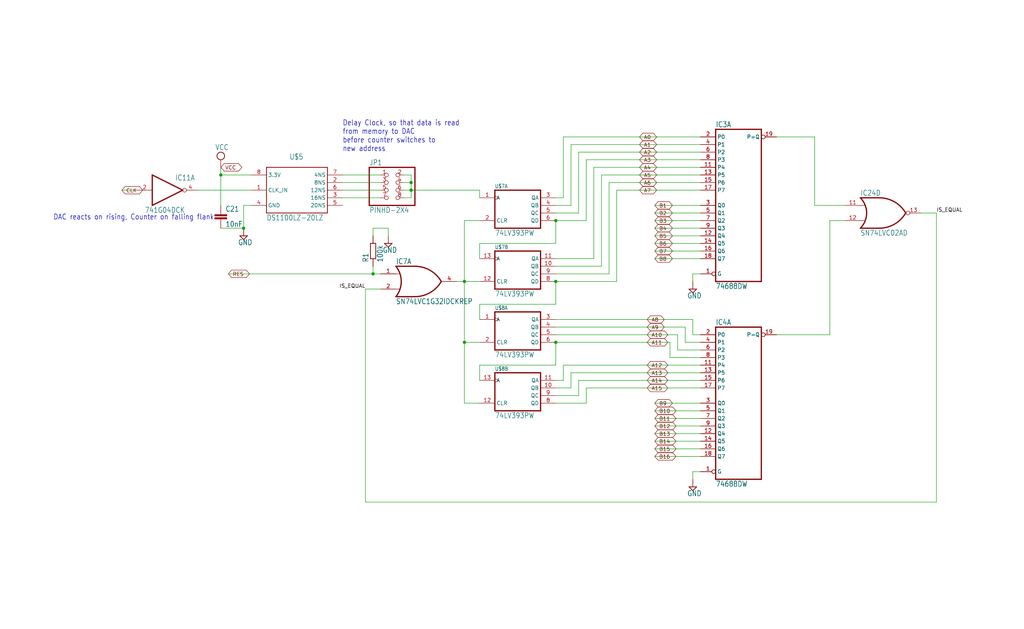
<source format=kicad_sch>
(kicad_sch
	(version 20231120)
	(generator "eeschema")
	(generator_version "8.0")
	(uuid "e74f6b9b-9cce-42c5-9daa-05ce8da5971c")
	(paper "User" 341.655 210.007)
	(lib_symbols
		(symbol "Modulator_V1p2-eagle-import:7402D"
			(exclude_from_sim no)
			(in_bom yes)
			(on_board yes)
			(property "Reference" "IC"
				(at -0.635 -0.635 0)
				(effects
					(font
						(size 1.778 1.5113)
					)
					(justify left bottom)
				)
			)
			(property "Value" ""
				(at -7.62 -7.62 0)
				(effects
					(font
						(size 1.778 1.5113)
					)
					(justify left bottom)
					(hide yes)
				)
			)
			(property "Footprint" "Modulator_V1p2:SO14"
				(at 0 0 0)
				(effects
					(font
						(size 1.27 1.27)
					)
					(hide yes)
				)
			)
			(property "Datasheet" ""
				(at 0 0 0)
				(effects
					(font
						(size 1.27 1.27)
					)
					(hide yes)
				)
			)
			(property "Description" "Quad 2-input NOR gate"
				(at 0 0 0)
				(effects
					(font
						(size 1.27 1.27)
					)
					(hide yes)
				)
			)
			(property "ki_locked" ""
				(at 0 0 0)
				(effects
					(font
						(size 1.27 1.27)
					)
				)
			)
			(symbol "7402D_1_0"
				(arc
					(start -7.62 -5.08)
					(mid -5.5158 0)
					(end -7.62 5.08)
					(stroke
						(width 0.4064)
						(type solid)
					)
					(fill
						(type none)
					)
				)
				(arc
					(start -1.2446 -5.0678)
					(mid 3.8371 -3.6891)
					(end 7.5439 0.0506)
					(stroke
						(width 0.4064)
						(type solid)
					)
					(fill
						(type none)
					)
				)
				(polyline
					(pts
						(xy -7.62 -2.54) (xy -6.096 -2.54)
					)
					(stroke
						(width 0.1524)
						(type solid)
					)
					(fill
						(type none)
					)
				)
				(polyline
					(pts
						(xy -7.62 2.54) (xy -6.096 2.54)
					)
					(stroke
						(width 0.1524)
						(type solid)
					)
					(fill
						(type none)
					)
				)
				(polyline
					(pts
						(xy -1.27 -5.08) (xy -7.62 -5.08)
					)
					(stroke
						(width 0.4064)
						(type solid)
					)
					(fill
						(type none)
					)
				)
				(polyline
					(pts
						(xy -1.27 5.08) (xy -7.62 5.08)
					)
					(stroke
						(width 0.4064)
						(type solid)
					)
					(fill
						(type none)
					)
				)
				(arc
					(start 7.5441 -0.0504)
					(mid 3.8372 3.6892)
					(end -1.2446 5.0678)
					(stroke
						(width 0.4064)
						(type solid)
					)
					(fill
						(type none)
					)
				)
				(pin output inverted
					(at 12.7 0 180)
					(length 5.08)
					(name "O"
						(effects
							(font
								(size 0 0)
							)
						)
					)
					(number "1"
						(effects
							(font
								(size 1.27 1.27)
							)
						)
					)
				)
				(pin input line
					(at -12.7 2.54 0)
					(length 5.08)
					(name "I0"
						(effects
							(font
								(size 0 0)
							)
						)
					)
					(number "2"
						(effects
							(font
								(size 1.27 1.27)
							)
						)
					)
				)
				(pin input line
					(at -12.7 -2.54 0)
					(length 5.08)
					(name "I1"
						(effects
							(font
								(size 0 0)
							)
						)
					)
					(number "3"
						(effects
							(font
								(size 1.27 1.27)
							)
						)
					)
				)
			)
			(symbol "7402D_2_0"
				(arc
					(start -7.62 -5.08)
					(mid -5.5158 0)
					(end -7.62 5.08)
					(stroke
						(width 0.4064)
						(type solid)
					)
					(fill
						(type none)
					)
				)
				(arc
					(start -1.2446 -5.0678)
					(mid 3.8371 -3.6891)
					(end 7.5439 0.0506)
					(stroke
						(width 0.4064)
						(type solid)
					)
					(fill
						(type none)
					)
				)
				(polyline
					(pts
						(xy -7.62 -2.54) (xy -6.096 -2.54)
					)
					(stroke
						(width 0.1524)
						(type solid)
					)
					(fill
						(type none)
					)
				)
				(polyline
					(pts
						(xy -7.62 2.54) (xy -6.096 2.54)
					)
					(stroke
						(width 0.1524)
						(type solid)
					)
					(fill
						(type none)
					)
				)
				(polyline
					(pts
						(xy -1.27 -5.08) (xy -7.62 -5.08)
					)
					(stroke
						(width 0.4064)
						(type solid)
					)
					(fill
						(type none)
					)
				)
				(polyline
					(pts
						(xy -1.27 5.08) (xy -7.62 5.08)
					)
					(stroke
						(width 0.4064)
						(type solid)
					)
					(fill
						(type none)
					)
				)
				(arc
					(start 7.5441 -0.0504)
					(mid 3.8372 3.6892)
					(end -1.2446 5.0678)
					(stroke
						(width 0.4064)
						(type solid)
					)
					(fill
						(type none)
					)
				)
				(pin output inverted
					(at 12.7 0 180)
					(length 5.08)
					(name "O"
						(effects
							(font
								(size 0 0)
							)
						)
					)
					(number "4"
						(effects
							(font
								(size 1.27 1.27)
							)
						)
					)
				)
				(pin input line
					(at -12.7 2.54 0)
					(length 5.08)
					(name "I0"
						(effects
							(font
								(size 0 0)
							)
						)
					)
					(number "5"
						(effects
							(font
								(size 1.27 1.27)
							)
						)
					)
				)
				(pin input line
					(at -12.7 -2.54 0)
					(length 5.08)
					(name "I1"
						(effects
							(font
								(size 0 0)
							)
						)
					)
					(number "6"
						(effects
							(font
								(size 1.27 1.27)
							)
						)
					)
				)
			)
			(symbol "7402D_3_0"
				(arc
					(start -7.62 -5.08)
					(mid -5.5158 0)
					(end -7.62 5.08)
					(stroke
						(width 0.4064)
						(type solid)
					)
					(fill
						(type none)
					)
				)
				(arc
					(start -1.2446 -5.0678)
					(mid 3.8371 -3.6891)
					(end 7.5439 0.0506)
					(stroke
						(width 0.4064)
						(type solid)
					)
					(fill
						(type none)
					)
				)
				(polyline
					(pts
						(xy -7.62 -2.54) (xy -6.096 -2.54)
					)
					(stroke
						(width 0.1524)
						(type solid)
					)
					(fill
						(type none)
					)
				)
				(polyline
					(pts
						(xy -7.62 2.54) (xy -6.096 2.54)
					)
					(stroke
						(width 0.1524)
						(type solid)
					)
					(fill
						(type none)
					)
				)
				(polyline
					(pts
						(xy -1.27 -5.08) (xy -7.62 -5.08)
					)
					(stroke
						(width 0.4064)
						(type solid)
					)
					(fill
						(type none)
					)
				)
				(polyline
					(pts
						(xy -1.27 5.08) (xy -7.62 5.08)
					)
					(stroke
						(width 0.4064)
						(type solid)
					)
					(fill
						(type none)
					)
				)
				(arc
					(start 7.5441 -0.0504)
					(mid 3.8372 3.6892)
					(end -1.2446 5.0678)
					(stroke
						(width 0.4064)
						(type solid)
					)
					(fill
						(type none)
					)
				)
				(pin output inverted
					(at 12.7 0 180)
					(length 5.08)
					(name "O"
						(effects
							(font
								(size 0 0)
							)
						)
					)
					(number "10"
						(effects
							(font
								(size 1.27 1.27)
							)
						)
					)
				)
				(pin input line
					(at -12.7 2.54 0)
					(length 5.08)
					(name "I0"
						(effects
							(font
								(size 0 0)
							)
						)
					)
					(number "8"
						(effects
							(font
								(size 1.27 1.27)
							)
						)
					)
				)
				(pin input line
					(at -12.7 -2.54 0)
					(length 5.08)
					(name "I1"
						(effects
							(font
								(size 0 0)
							)
						)
					)
					(number "9"
						(effects
							(font
								(size 1.27 1.27)
							)
						)
					)
				)
			)
			(symbol "7402D_4_0"
				(arc
					(start -7.62 -5.08)
					(mid -5.5158 0)
					(end -7.62 5.08)
					(stroke
						(width 0.4064)
						(type solid)
					)
					(fill
						(type none)
					)
				)
				(arc
					(start -1.2446 -5.0678)
					(mid 3.8371 -3.6891)
					(end 7.5439 0.0506)
					(stroke
						(width 0.4064)
						(type solid)
					)
					(fill
						(type none)
					)
				)
				(polyline
					(pts
						(xy -7.62 -2.54) (xy -6.096 -2.54)
					)
					(stroke
						(width 0.1524)
						(type solid)
					)
					(fill
						(type none)
					)
				)
				(polyline
					(pts
						(xy -7.62 2.54) (xy -6.096 2.54)
					)
					(stroke
						(width 0.1524)
						(type solid)
					)
					(fill
						(type none)
					)
				)
				(polyline
					(pts
						(xy -1.27 -5.08) (xy -7.62 -5.08)
					)
					(stroke
						(width 0.4064)
						(type solid)
					)
					(fill
						(type none)
					)
				)
				(polyline
					(pts
						(xy -1.27 5.08) (xy -7.62 5.08)
					)
					(stroke
						(width 0.4064)
						(type solid)
					)
					(fill
						(type none)
					)
				)
				(arc
					(start 7.5441 -0.0504)
					(mid 3.8372 3.6892)
					(end -1.2446 5.0678)
					(stroke
						(width 0.4064)
						(type solid)
					)
					(fill
						(type none)
					)
				)
				(pin input line
					(at -12.7 2.54 0)
					(length 5.08)
					(name "I0"
						(effects
							(font
								(size 0 0)
							)
						)
					)
					(number "11"
						(effects
							(font
								(size 1.27 1.27)
							)
						)
					)
				)
				(pin input line
					(at -12.7 -2.54 0)
					(length 5.08)
					(name "I1"
						(effects
							(font
								(size 0 0)
							)
						)
					)
					(number "12"
						(effects
							(font
								(size 1.27 1.27)
							)
						)
					)
				)
				(pin output inverted
					(at 12.7 0 180)
					(length 5.08)
					(name "O"
						(effects
							(font
								(size 0 0)
							)
						)
					)
					(number "13"
						(effects
							(font
								(size 1.27 1.27)
							)
						)
					)
				)
			)
			(symbol "7402D_5_0"
				(text "GND"
					(at 1.905 -7.62 900)
					(effects
						(font
							(size 1.27 1.0795)
						)
						(justify left bottom)
					)
				)
				(text "VCC"
					(at 1.905 5.08 900)
					(effects
						(font
							(size 1.27 1.0795)
						)
						(justify left bottom)
					)
				)
				(pin power_in line
					(at 0 10.16 270)
					(length 7.62)
					(name "VCC"
						(effects
							(font
								(size 0 0)
							)
						)
					)
					(number "14"
						(effects
							(font
								(size 1.27 1.27)
							)
						)
					)
				)
				(pin power_in line
					(at 0 -10.16 90)
					(length 7.62)
					(name "GND"
						(effects
							(font
								(size 0 0)
							)
						)
					)
					(number "7"
						(effects
							(font
								(size 1.27 1.27)
							)
						)
					)
				)
			)
		)
		(symbol "Modulator_V1p2-eagle-import:741G04DCK"
			(exclude_from_sim no)
			(in_bom yes)
			(on_board yes)
			(property "Reference" "IC"
				(at -0.635 -0.635 0)
				(effects
					(font
						(size 1.778 1.5113)
					)
					(justify left bottom)
				)
			)
			(property "Value" ""
				(at 2.54 -5.08 0)
				(effects
					(font
						(size 1.778 1.5113)
					)
					(justify left bottom)
					(hide yes)
				)
			)
			(property "Footprint" "Modulator_V1p2:SC70-5"
				(at 0 0 0)
				(effects
					(font
						(size 1.27 1.27)
					)
					(hide yes)
				)
			)
			(property "Datasheet" ""
				(at 0 0 0)
				(effects
					(font
						(size 1.27 1.27)
					)
					(hide yes)
				)
			)
			(property "Description" "INVERTER Gate"
				(at 0 0 0)
				(effects
					(font
						(size 1.27 1.27)
					)
					(hide yes)
				)
			)
			(property "ki_locked" ""
				(at 0 0 0)
				(effects
					(font
						(size 1.27 1.27)
					)
				)
			)
			(symbol "741G04DCK_1_0"
				(polyline
					(pts
						(xy -5.08 -5.08) (xy -5.08 5.08)
					)
					(stroke
						(width 0.4064)
						(type solid)
					)
					(fill
						(type none)
					)
				)
				(polyline
					(pts
						(xy -5.08 5.08) (xy 5.08 0)
					)
					(stroke
						(width 0.4064)
						(type solid)
					)
					(fill
						(type none)
					)
				)
				(polyline
					(pts
						(xy 5.08 0) (xy -5.08 -5.08)
					)
					(stroke
						(width 0.4064)
						(type solid)
					)
					(fill
						(type none)
					)
				)
				(pin input line
					(at -10.16 0 0)
					(length 5.08)
					(name "I"
						(effects
							(font
								(size 0 0)
							)
						)
					)
					(number "2"
						(effects
							(font
								(size 1.27 1.27)
							)
						)
					)
				)
				(pin output inverted
					(at 10.16 0 180)
					(length 5.08)
					(name "O"
						(effects
							(font
								(size 0 0)
							)
						)
					)
					(number "4"
						(effects
							(font
								(size 1.27 1.27)
							)
						)
					)
				)
			)
			(symbol "741G04DCK_2_0"
				(text "GND"
					(at 1.905 -6.35 900)
					(effects
						(font
							(size 1.27 1.0795)
						)
						(justify left bottom)
					)
				)
				(text "VCC"
					(at 1.905 2.54 900)
					(effects
						(font
							(size 1.27 1.0795)
						)
						(justify left bottom)
					)
				)
				(pin power_in line
					(at 0 -7.62 90)
					(length 5.08)
					(name "GND"
						(effects
							(font
								(size 0 0)
							)
						)
					)
					(number "3"
						(effects
							(font
								(size 1.27 1.27)
							)
						)
					)
				)
				(pin power_in line
					(at 0 7.62 270)
					(length 5.08)
					(name "VCC"
						(effects
							(font
								(size 0 0)
							)
						)
					)
					(number "5"
						(effects
							(font
								(size 1.27 1.27)
							)
						)
					)
				)
			)
		)
		(symbol "Modulator_V1p2-eagle-import:741G32DCK"
			(exclude_from_sim no)
			(in_bom yes)
			(on_board yes)
			(property "Reference" "IC"
				(at -0.635 -0.635 0)
				(effects
					(font
						(size 1.778 1.5113)
					)
					(justify left bottom)
				)
			)
			(property "Value" ""
				(at -7.62 -7.62 0)
				(effects
					(font
						(size 1.778 1.5113)
					)
					(justify left bottom)
					(hide yes)
				)
			)
			(property "Footprint" "Modulator_V1p2:SC70-5"
				(at 0 0 0)
				(effects
					(font
						(size 1.27 1.27)
					)
					(hide yes)
				)
			)
			(property "Datasheet" ""
				(at 0 0 0)
				(effects
					(font
						(size 1.27 1.27)
					)
					(hide yes)
				)
			)
			(property "Description" "2-input OR gate"
				(at 0 0 0)
				(effects
					(font
						(size 1.27 1.27)
					)
					(hide yes)
				)
			)
			(property "ki_locked" ""
				(at 0 0 0)
				(effects
					(font
						(size 1.27 1.27)
					)
				)
			)
			(symbol "741G32DCK_1_0"
				(arc
					(start -7.6199 -5.0799)
					(mid -5.838 0.0001)
					(end -7.62 5.08)
					(stroke
						(width 0.4064)
						(type solid)
					)
					(fill
						(type none)
					)
				)
				(arc
					(start -1.2446 -5.0678)
					(mid 3.8371 -3.6891)
					(end 7.5439 0.0506)
					(stroke
						(width 0.4064)
						(type solid)
					)
					(fill
						(type none)
					)
				)
				(polyline
					(pts
						(xy -7.62 -2.54) (xy -6.35 -2.54)
					)
					(stroke
						(width 0.1524)
						(type solid)
					)
					(fill
						(type none)
					)
				)
				(polyline
					(pts
						(xy -7.62 2.54) (xy -6.35 2.54)
					)
					(stroke
						(width 0.1524)
						(type solid)
					)
					(fill
						(type none)
					)
				)
				(polyline
					(pts
						(xy -1.27 -5.08) (xy -7.62 -5.08)
					)
					(stroke
						(width 0.4064)
						(type solid)
					)
					(fill
						(type none)
					)
				)
				(polyline
					(pts
						(xy -1.27 5.08) (xy -7.62 5.08)
					)
					(stroke
						(width 0.4064)
						(type solid)
					)
					(fill
						(type none)
					)
				)
				(arc
					(start 7.5441 -0.0504)
					(mid 3.8372 3.6892)
					(end -1.2446 5.0678)
					(stroke
						(width 0.4064)
						(type solid)
					)
					(fill
						(type none)
					)
				)
				(pin input line
					(at -12.7 2.54 0)
					(length 5.08)
					(name "I0"
						(effects
							(font
								(size 0 0)
							)
						)
					)
					(number "1"
						(effects
							(font
								(size 1.27 1.27)
							)
						)
					)
				)
				(pin input line
					(at -12.7 -2.54 0)
					(length 5.08)
					(name "I1"
						(effects
							(font
								(size 0 0)
							)
						)
					)
					(number "2"
						(effects
							(font
								(size 1.27 1.27)
							)
						)
					)
				)
				(pin output line
					(at 12.7 0 180)
					(length 5.08)
					(name "O"
						(effects
							(font
								(size 0 0)
							)
						)
					)
					(number "4"
						(effects
							(font
								(size 1.27 1.27)
							)
						)
					)
				)
			)
			(symbol "741G32DCK_2_0"
				(text "GND"
					(at 1.905 -6.35 900)
					(effects
						(font
							(size 1.27 1.0795)
						)
						(justify left bottom)
					)
				)
				(text "VCC"
					(at 1.905 2.54 900)
					(effects
						(font
							(size 1.27 1.0795)
						)
						(justify left bottom)
					)
				)
				(pin power_in line
					(at 0 -7.62 90)
					(length 5.08)
					(name "GND"
						(effects
							(font
								(size 0 0)
							)
						)
					)
					(number "3"
						(effects
							(font
								(size 1.27 1.27)
							)
						)
					)
				)
				(pin power_in line
					(at 0 7.62 270)
					(length 5.08)
					(name "VCC"
						(effects
							(font
								(size 0 0)
							)
						)
					)
					(number "5"
						(effects
							(font
								(size 1.27 1.27)
							)
						)
					)
				)
			)
		)
		(symbol "Modulator_V1p2-eagle-import:74688DW"
			(exclude_from_sim no)
			(in_bom yes)
			(on_board yes)
			(property "Reference" "IC"
				(at -0.635 -0.635 0)
				(effects
					(font
						(size 1.778 1.5113)
					)
					(justify left bottom)
				)
			)
			(property "Value" ""
				(at -7.62 -27.94 0)
				(effects
					(font
						(size 1.778 1.5113)
					)
					(justify left bottom)
					(hide yes)
				)
			)
			(property "Footprint" "Modulator_V1p2:SO20W"
				(at 0 0 0)
				(effects
					(font
						(size 1.27 1.27)
					)
					(hide yes)
				)
			)
			(property "Datasheet" ""
				(at 0 0 0)
				(effects
					(font
						(size 1.27 1.27)
					)
					(hide yes)
				)
			)
			(property "Description" "8-bit MAGNITUDE/IDENTITY COMPARATOR, totem pole"
				(at 0 0 0)
				(effects
					(font
						(size 1.27 1.27)
					)
					(hide yes)
				)
			)
			(property "ki_locked" ""
				(at 0 0 0)
				(effects
					(font
						(size 1.27 1.27)
					)
				)
			)
			(symbol "74688DW_1_0"
				(polyline
					(pts
						(xy -7.62 -25.4) (xy 7.62 -25.4)
					)
					(stroke
						(width 0.4064)
						(type solid)
					)
					(fill
						(type none)
					)
				)
				(polyline
					(pts
						(xy -7.62 25.4) (xy -7.62 -25.4)
					)
					(stroke
						(width 0.4064)
						(type solid)
					)
					(fill
						(type none)
					)
				)
				(polyline
					(pts
						(xy 7.62 -25.4) (xy 7.62 25.4)
					)
					(stroke
						(width 0.4064)
						(type solid)
					)
					(fill
						(type none)
					)
				)
				(polyline
					(pts
						(xy 7.62 25.4) (xy -7.62 25.4)
					)
					(stroke
						(width 0.4064)
						(type solid)
					)
					(fill
						(type none)
					)
				)
				(pin input inverted
					(at -12.7 -22.86 0)
					(length 5.08)
					(name "G"
						(effects
							(font
								(size 1.27 1.27)
							)
						)
					)
					(number "1"
						(effects
							(font
								(size 1.27 1.27)
							)
						)
					)
				)
				(pin input line
					(at -12.7 12.7 0)
					(length 5.08)
					(name "P4"
						(effects
							(font
								(size 1.27 1.27)
							)
						)
					)
					(number "11"
						(effects
							(font
								(size 1.27 1.27)
							)
						)
					)
				)
				(pin input line
					(at -12.7 -10.16 0)
					(length 5.08)
					(name "Q4"
						(effects
							(font
								(size 1.27 1.27)
							)
						)
					)
					(number "12"
						(effects
							(font
								(size 1.27 1.27)
							)
						)
					)
				)
				(pin input line
					(at -12.7 10.16 0)
					(length 5.08)
					(name "P5"
						(effects
							(font
								(size 1.27 1.27)
							)
						)
					)
					(number "13"
						(effects
							(font
								(size 1.27 1.27)
							)
						)
					)
				)
				(pin input line
					(at -12.7 -12.7 0)
					(length 5.08)
					(name "Q5"
						(effects
							(font
								(size 1.27 1.27)
							)
						)
					)
					(number "14"
						(effects
							(font
								(size 1.27 1.27)
							)
						)
					)
				)
				(pin input line
					(at -12.7 7.62 0)
					(length 5.08)
					(name "P6"
						(effects
							(font
								(size 1.27 1.27)
							)
						)
					)
					(number "15"
						(effects
							(font
								(size 1.27 1.27)
							)
						)
					)
				)
				(pin input line
					(at -12.7 -15.24 0)
					(length 5.08)
					(name "Q6"
						(effects
							(font
								(size 1.27 1.27)
							)
						)
					)
					(number "16"
						(effects
							(font
								(size 1.27 1.27)
							)
						)
					)
				)
				(pin input line
					(at -12.7 5.08 0)
					(length 5.08)
					(name "P7"
						(effects
							(font
								(size 1.27 1.27)
							)
						)
					)
					(number "17"
						(effects
							(font
								(size 1.27 1.27)
							)
						)
					)
				)
				(pin input line
					(at -12.7 -17.78 0)
					(length 5.08)
					(name "Q7"
						(effects
							(font
								(size 1.27 1.27)
							)
						)
					)
					(number "18"
						(effects
							(font
								(size 1.27 1.27)
							)
						)
					)
				)
				(pin output inverted
					(at 12.7 22.86 180)
					(length 5.08)
					(name "P=Q"
						(effects
							(font
								(size 1.27 1.27)
							)
						)
					)
					(number "19"
						(effects
							(font
								(size 1.27 1.27)
							)
						)
					)
				)
				(pin input line
					(at -12.7 22.86 0)
					(length 5.08)
					(name "P0"
						(effects
							(font
								(size 1.27 1.27)
							)
						)
					)
					(number "2"
						(effects
							(font
								(size 1.27 1.27)
							)
						)
					)
				)
				(pin input line
					(at -12.7 0 0)
					(length 5.08)
					(name "Q0"
						(effects
							(font
								(size 1.27 1.27)
							)
						)
					)
					(number "3"
						(effects
							(font
								(size 1.27 1.27)
							)
						)
					)
				)
				(pin input line
					(at -12.7 20.32 0)
					(length 5.08)
					(name "P1"
						(effects
							(font
								(size 1.27 1.27)
							)
						)
					)
					(number "4"
						(effects
							(font
								(size 1.27 1.27)
							)
						)
					)
				)
				(pin input line
					(at -12.7 -2.54 0)
					(length 5.08)
					(name "Q1"
						(effects
							(font
								(size 1.27 1.27)
							)
						)
					)
					(number "5"
						(effects
							(font
								(size 1.27 1.27)
							)
						)
					)
				)
				(pin input line
					(at -12.7 17.78 0)
					(length 5.08)
					(name "P2"
						(effects
							(font
								(size 1.27 1.27)
							)
						)
					)
					(number "6"
						(effects
							(font
								(size 1.27 1.27)
							)
						)
					)
				)
				(pin input line
					(at -12.7 -5.08 0)
					(length 5.08)
					(name "Q2"
						(effects
							(font
								(size 1.27 1.27)
							)
						)
					)
					(number "7"
						(effects
							(font
								(size 1.27 1.27)
							)
						)
					)
				)
				(pin input line
					(at -12.7 15.24 0)
					(length 5.08)
					(name "P3"
						(effects
							(font
								(size 1.27 1.27)
							)
						)
					)
					(number "8"
						(effects
							(font
								(size 1.27 1.27)
							)
						)
					)
				)
				(pin input line
					(at -12.7 -7.62 0)
					(length 5.08)
					(name "Q3"
						(effects
							(font
								(size 1.27 1.27)
							)
						)
					)
					(number "9"
						(effects
							(font
								(size 1.27 1.27)
							)
						)
					)
				)
			)
			(symbol "74688DW_2_0"
				(text "GND"
					(at 1.905 -5.842 900)
					(effects
						(font
							(size 1.27 1.0795)
						)
						(justify left bottom)
					)
				)
				(text "VCC"
					(at 1.905 2.54 900)
					(effects
						(font
							(size 1.27 1.0795)
						)
						(justify left bottom)
					)
				)
				(pin power_in line
					(at 0 -7.62 90)
					(length 5.08)
					(name "GND"
						(effects
							(font
								(size 0 0)
							)
						)
					)
					(number "10"
						(effects
							(font
								(size 1.27 1.27)
							)
						)
					)
				)
				(pin power_in line
					(at 0 7.62 270)
					(length 5.08)
					(name "VCC"
						(effects
							(font
								(size 0 0)
							)
						)
					)
					(number "20"
						(effects
							(font
								(size 1.27 1.27)
							)
						)
					)
				)
			)
		)
		(symbol "Modulator_V1p2-eagle-import:74LV393PW"
			(exclude_from_sim no)
			(in_bom yes)
			(on_board yes)
			(property "Reference" ""
				(at -12.7 2.54 0)
				(effects
					(font
						(size 1.27 1.0795)
					)
					(justify left bottom)
					(hide yes)
				)
			)
			(property "Value" ""
				(at -7.62 -10.16 0)
				(effects
					(font
						(size 1.778 1.5113)
					)
					(justify left bottom)
					(hide yes)
				)
			)
			(property "Footprint" "Modulator_V1p2:TSSOP14"
				(at 0 0 0)
				(effects
					(font
						(size 1.27 1.27)
					)
					(hide yes)
				)
			)
			(property "Datasheet" ""
				(at 0 0 0)
				(effects
					(font
						(size 1.27 1.27)
					)
					(hide yes)
				)
			)
			(property "Description" ""
				(at 0 0 0)
				(effects
					(font
						(size 1.27 1.27)
					)
					(hide yes)
				)
			)
			(property "ki_locked" ""
				(at 0 0 0)
				(effects
					(font
						(size 1.27 1.27)
					)
				)
			)
			(symbol "74LV393PW_1_0"
				(polyline
					(pts
						(xy -7.62 -7.62) (xy 7.62 -7.62)
					)
					(stroke
						(width 0.4064)
						(type solid)
					)
					(fill
						(type none)
					)
				)
				(polyline
					(pts
						(xy -7.62 5.08) (xy -7.62 -7.62)
					)
					(stroke
						(width 0.4064)
						(type solid)
					)
					(fill
						(type none)
					)
				)
				(polyline
					(pts
						(xy 7.62 -7.62) (xy 7.62 5.08)
					)
					(stroke
						(width 0.4064)
						(type solid)
					)
					(fill
						(type none)
					)
				)
				(polyline
					(pts
						(xy 7.62 5.08) (xy -7.62 5.08)
					)
					(stroke
						(width 0.4064)
						(type solid)
					)
					(fill
						(type none)
					)
				)
				(pin input clock
					(at -12.7 2.54 0)
					(length 5.08)
					(name "A"
						(effects
							(font
								(size 1.27 1.27)
							)
						)
					)
					(number "1"
						(effects
							(font
								(size 1.27 1.27)
							)
						)
					)
				)
				(pin input line
					(at -12.7 -5.08 0)
					(length 5.08)
					(name "CLR"
						(effects
							(font
								(size 1.27 1.27)
							)
						)
					)
					(number "2"
						(effects
							(font
								(size 1.27 1.27)
							)
						)
					)
				)
				(pin output line
					(at 12.7 2.54 180)
					(length 5.08)
					(name "QA"
						(effects
							(font
								(size 1.27 1.27)
							)
						)
					)
					(number "3"
						(effects
							(font
								(size 1.27 1.27)
							)
						)
					)
				)
				(pin output line
					(at 12.7 0 180)
					(length 5.08)
					(name "QB"
						(effects
							(font
								(size 1.27 1.27)
							)
						)
					)
					(number "4"
						(effects
							(font
								(size 1.27 1.27)
							)
						)
					)
				)
				(pin output line
					(at 12.7 -2.54 180)
					(length 5.08)
					(name "QC"
						(effects
							(font
								(size 1.27 1.27)
							)
						)
					)
					(number "5"
						(effects
							(font
								(size 1.27 1.27)
							)
						)
					)
				)
				(pin output line
					(at 12.7 -5.08 180)
					(length 5.08)
					(name "QD"
						(effects
							(font
								(size 1.27 1.27)
							)
						)
					)
					(number "6"
						(effects
							(font
								(size 1.27 1.27)
							)
						)
					)
				)
			)
			(symbol "74LV393PW_2_0"
				(polyline
					(pts
						(xy -7.62 -7.62) (xy 7.62 -7.62)
					)
					(stroke
						(width 0.4064)
						(type solid)
					)
					(fill
						(type none)
					)
				)
				(polyline
					(pts
						(xy -7.62 5.08) (xy -7.62 -7.62)
					)
					(stroke
						(width 0.4064)
						(type solid)
					)
					(fill
						(type none)
					)
				)
				(polyline
					(pts
						(xy 7.62 -7.62) (xy 7.62 5.08)
					)
					(stroke
						(width 0.4064)
						(type solid)
					)
					(fill
						(type none)
					)
				)
				(polyline
					(pts
						(xy 7.62 5.08) (xy -7.62 5.08)
					)
					(stroke
						(width 0.4064)
						(type solid)
					)
					(fill
						(type none)
					)
				)
				(pin output line
					(at 12.7 0 180)
					(length 5.08)
					(name "QB"
						(effects
							(font
								(size 1.27 1.27)
							)
						)
					)
					(number "10"
						(effects
							(font
								(size 1.27 1.27)
							)
						)
					)
				)
				(pin output line
					(at 12.7 2.54 180)
					(length 5.08)
					(name "QA"
						(effects
							(font
								(size 1.27 1.27)
							)
						)
					)
					(number "11"
						(effects
							(font
								(size 1.27 1.27)
							)
						)
					)
				)
				(pin input line
					(at -12.7 -5.08 0)
					(length 5.08)
					(name "CLR"
						(effects
							(font
								(size 1.27 1.27)
							)
						)
					)
					(number "12"
						(effects
							(font
								(size 1.27 1.27)
							)
						)
					)
				)
				(pin input clock
					(at -12.7 2.54 0)
					(length 5.08)
					(name "A"
						(effects
							(font
								(size 1.27 1.27)
							)
						)
					)
					(number "13"
						(effects
							(font
								(size 1.27 1.27)
							)
						)
					)
				)
				(pin output line
					(at 12.7 -5.08 180)
					(length 5.08)
					(name "QD"
						(effects
							(font
								(size 1.27 1.27)
							)
						)
					)
					(number "8"
						(effects
							(font
								(size 1.27 1.27)
							)
						)
					)
				)
				(pin output line
					(at 12.7 -2.54 180)
					(length 5.08)
					(name "QC"
						(effects
							(font
								(size 1.27 1.27)
							)
						)
					)
					(number "9"
						(effects
							(font
								(size 1.27 1.27)
							)
						)
					)
				)
			)
			(symbol "74LV393PW_3_0"
				(pin power_in line
					(at -15.24 0 0)
					(length 5.08)
					(name "VCC"
						(effects
							(font
								(size 1.27 1.27)
							)
						)
					)
					(number "14"
						(effects
							(font
								(size 1.27 1.27)
							)
						)
					)
				)
				(pin power_in line
					(at 10.16 0 180)
					(length 5.08)
					(name "GND"
						(effects
							(font
								(size 1.27 1.27)
							)
						)
					)
					(number "7"
						(effects
							(font
								(size 1.27 1.27)
							)
						)
					)
				)
			)
		)
		(symbol "Modulator_V1p2-eagle-import:C-EUC0603"
			(exclude_from_sim no)
			(in_bom yes)
			(on_board yes)
			(property "Reference" "C"
				(at 1.524 0.381 0)
				(effects
					(font
						(size 1.778 1.5113)
					)
					(justify left bottom)
				)
			)
			(property "Value" ""
				(at 1.524 -4.699 0)
				(effects
					(font
						(size 1.778 1.5113)
					)
					(justify left bottom)
				)
			)
			(property "Footprint" "Modulator_V1p2:C0603"
				(at 0 0 0)
				(effects
					(font
						(size 1.27 1.27)
					)
					(hide yes)
				)
			)
			(property "Datasheet" ""
				(at 0 0 0)
				(effects
					(font
						(size 1.27 1.27)
					)
					(hide yes)
				)
			)
			(property "Description" "CAPACITOR, European symbol"
				(at 0 0 0)
				(effects
					(font
						(size 1.27 1.27)
					)
					(hide yes)
				)
			)
			(property "ki_locked" ""
				(at 0 0 0)
				(effects
					(font
						(size 1.27 1.27)
					)
				)
			)
			(symbol "C-EUC0603_1_0"
				(rectangle
					(start -2.032 -2.032)
					(end 2.032 -1.524)
					(stroke
						(width 0)
						(type default)
					)
					(fill
						(type outline)
					)
				)
				(rectangle
					(start -2.032 -1.016)
					(end 2.032 -0.508)
					(stroke
						(width 0)
						(type default)
					)
					(fill
						(type outline)
					)
				)
				(polyline
					(pts
						(xy 0 -2.54) (xy 0 -2.032)
					)
					(stroke
						(width 0.1524)
						(type solid)
					)
					(fill
						(type none)
					)
				)
				(polyline
					(pts
						(xy 0 0) (xy 0 -0.508)
					)
					(stroke
						(width 0.1524)
						(type solid)
					)
					(fill
						(type none)
					)
				)
				(pin passive line
					(at 0 2.54 270)
					(length 2.54)
					(name "1"
						(effects
							(font
								(size 0 0)
							)
						)
					)
					(number "1"
						(effects
							(font
								(size 0 0)
							)
						)
					)
				)
				(pin passive line
					(at 0 -5.08 90)
					(length 2.54)
					(name "2"
						(effects
							(font
								(size 0 0)
							)
						)
					)
					(number "2"
						(effects
							(font
								(size 0 0)
							)
						)
					)
				)
			)
		)
		(symbol "Modulator_V1p2-eagle-import:DS1100LZ-20LZ"
			(exclude_from_sim no)
			(in_bom yes)
			(on_board yes)
			(property "Reference" ""
				(at -10.16 12.7 0)
				(effects
					(font
						(size 1.778 1.5113)
					)
					(justify left bottom)
					(hide yes)
				)
			)
			(property "Value" ""
				(at -10.16 -7.62 0)
				(effects
					(font
						(size 1.778 1.5113)
					)
					(justify left bottom)
				)
			)
			(property "Footprint" "Modulator_V1p2:SO-08"
				(at 0 0 0)
				(effects
					(font
						(size 1.27 1.27)
					)
					(hide yes)
				)
			)
			(property "Datasheet" ""
				(at 0 0 0)
				(effects
					(font
						(size 1.27 1.27)
					)
					(hide yes)
				)
			)
			(property "Description" "5-Tap Timing Element, 4,8,12,16,20 ns delay."
				(at 0 0 0)
				(effects
					(font
						(size 1.27 1.27)
					)
					(hide yes)
				)
			)
			(property "ki_locked" ""
				(at 0 0 0)
				(effects
					(font
						(size 1.27 1.27)
					)
				)
			)
			(symbol "DS1100LZ-20LZ_1_0"
				(polyline
					(pts
						(xy -10.16 -5.08) (xy 10.16 -5.08)
					)
					(stroke
						(width 0.254)
						(type solid)
					)
					(fill
						(type none)
					)
				)
				(polyline
					(pts
						(xy -10.16 10.16) (xy -10.16 -5.08)
					)
					(stroke
						(width 0.254)
						(type solid)
					)
					(fill
						(type none)
					)
				)
				(polyline
					(pts
						(xy 10.16 -5.08) (xy 10.16 10.16)
					)
					(stroke
						(width 0.254)
						(type solid)
					)
					(fill
						(type none)
					)
				)
				(polyline
					(pts
						(xy 10.16 10.16) (xy -10.16 10.16)
					)
					(stroke
						(width 0.254)
						(type solid)
					)
					(fill
						(type none)
					)
				)
				(pin bidirectional line
					(at -15.24 2.54 0)
					(length 5.08)
					(name "CLK_IN"
						(effects
							(font
								(size 1.27 1.27)
							)
						)
					)
					(number "1"
						(effects
							(font
								(size 1.27 1.27)
							)
						)
					)
				)
				(pin bidirectional line
					(at 15.24 5.08 180)
					(length 5.08)
					(name "8NS"
						(effects
							(font
								(size 1.27 1.27)
							)
						)
					)
					(number "2"
						(effects
							(font
								(size 1.27 1.27)
							)
						)
					)
				)
				(pin bidirectional line
					(at 15.24 0 180)
					(length 5.08)
					(name "16NS"
						(effects
							(font
								(size 1.27 1.27)
							)
						)
					)
					(number "3"
						(effects
							(font
								(size 1.27 1.27)
							)
						)
					)
				)
				(pin bidirectional line
					(at -15.24 -2.54 0)
					(length 5.08)
					(name "GND"
						(effects
							(font
								(size 1.27 1.27)
							)
						)
					)
					(number "4"
						(effects
							(font
								(size 1.27 1.27)
							)
						)
					)
				)
				(pin bidirectional line
					(at 15.24 -2.54 180)
					(length 5.08)
					(name "20NS"
						(effects
							(font
								(size 1.27 1.27)
							)
						)
					)
					(number "5"
						(effects
							(font
								(size 1.27 1.27)
							)
						)
					)
				)
				(pin bidirectional line
					(at 15.24 2.54 180)
					(length 5.08)
					(name "12NS"
						(effects
							(font
								(size 1.27 1.27)
							)
						)
					)
					(number "6"
						(effects
							(font
								(size 1.27 1.27)
							)
						)
					)
				)
				(pin bidirectional line
					(at 15.24 7.62 180)
					(length 5.08)
					(name "4NS"
						(effects
							(font
								(size 1.27 1.27)
							)
						)
					)
					(number "7"
						(effects
							(font
								(size 1.27 1.27)
							)
						)
					)
				)
				(pin bidirectional line
					(at -15.24 7.62 0)
					(length 5.08)
					(name "3.3V"
						(effects
							(font
								(size 1.27 1.27)
							)
						)
					)
					(number "8"
						(effects
							(font
								(size 1.27 1.27)
							)
						)
					)
				)
			)
		)
		(symbol "Modulator_V1p2-eagle-import:GND"
			(power)
			(exclude_from_sim no)
			(in_bom yes)
			(on_board yes)
			(property "Reference" "#SUPPLY"
				(at 0 0 0)
				(effects
					(font
						(size 1.27 1.27)
					)
					(hide yes)
				)
			)
			(property "Value" ""
				(at -1.905 -3.175 0)
				(effects
					(font
						(size 1.778 1.5113)
					)
					(justify left bottom)
				)
			)
			(property "Footprint" ""
				(at 0 0 0)
				(effects
					(font
						(size 1.27 1.27)
					)
					(hide yes)
				)
			)
			(property "Datasheet" ""
				(at 0 0 0)
				(effects
					(font
						(size 1.27 1.27)
					)
					(hide yes)
				)
			)
			(property "Description" "SUPPLY SYMBOL"
				(at 0 0 0)
				(effects
					(font
						(size 1.27 1.27)
					)
					(hide yes)
				)
			)
			(property "ki_locked" ""
				(at 0 0 0)
				(effects
					(font
						(size 1.27 1.27)
					)
				)
			)
			(symbol "GND_1_0"
				(polyline
					(pts
						(xy -1.27 0) (xy 1.27 0)
					)
					(stroke
						(width 0.254)
						(type solid)
					)
					(fill
						(type none)
					)
				)
				(polyline
					(pts
						(xy 0 -1.27) (xy -1.27 0)
					)
					(stroke
						(width 0.254)
						(type solid)
					)
					(fill
						(type none)
					)
				)
				(polyline
					(pts
						(xy 1.27 0) (xy 0 -1.27)
					)
					(stroke
						(width 0.254)
						(type solid)
					)
					(fill
						(type none)
					)
				)
				(pin power_in line
					(at 0 2.54 270)
					(length 2.54)
					(name "GND"
						(effects
							(font
								(size 0 0)
							)
						)
					)
					(number "1"
						(effects
							(font
								(size 0 0)
							)
						)
					)
				)
			)
		)
		(symbol "Modulator_V1p2-eagle-import:PINHD-2X4"
			(exclude_from_sim no)
			(in_bom yes)
			(on_board yes)
			(property "Reference" "JP"
				(at -6.35 8.255 0)
				(effects
					(font
						(size 1.778 1.5113)
					)
					(justify left bottom)
				)
			)
			(property "Value" ""
				(at -6.35 -7.62 0)
				(effects
					(font
						(size 1.778 1.5113)
					)
					(justify left bottom)
				)
			)
			(property "Footprint" "Modulator_V1p2:2X04"
				(at 0 0 0)
				(effects
					(font
						(size 1.27 1.27)
					)
					(hide yes)
				)
			)
			(property "Datasheet" ""
				(at 0 0 0)
				(effects
					(font
						(size 1.27 1.27)
					)
					(hide yes)
				)
			)
			(property "Description" "PIN HEADER"
				(at 0 0 0)
				(effects
					(font
						(size 1.27 1.27)
					)
					(hide yes)
				)
			)
			(property "ki_locked" ""
				(at 0 0 0)
				(effects
					(font
						(size 1.27 1.27)
					)
				)
			)
			(symbol "PINHD-2X4_1_0"
				(polyline
					(pts
						(xy -6.35 -5.08) (xy 8.89 -5.08)
					)
					(stroke
						(width 0.4064)
						(type solid)
					)
					(fill
						(type none)
					)
				)
				(polyline
					(pts
						(xy -6.35 7.62) (xy -6.35 -5.08)
					)
					(stroke
						(width 0.4064)
						(type solid)
					)
					(fill
						(type none)
					)
				)
				(polyline
					(pts
						(xy 8.89 -5.08) (xy 8.89 7.62)
					)
					(stroke
						(width 0.4064)
						(type solid)
					)
					(fill
						(type none)
					)
				)
				(polyline
					(pts
						(xy 8.89 7.62) (xy -6.35 7.62)
					)
					(stroke
						(width 0.4064)
						(type solid)
					)
					(fill
						(type none)
					)
				)
				(pin passive inverted
					(at -2.54 5.08 0)
					(length 2.54)
					(name "1"
						(effects
							(font
								(size 0 0)
							)
						)
					)
					(number "1"
						(effects
							(font
								(size 1.27 1.27)
							)
						)
					)
				)
				(pin passive inverted
					(at 5.08 5.08 180)
					(length 2.54)
					(name "2"
						(effects
							(font
								(size 0 0)
							)
						)
					)
					(number "2"
						(effects
							(font
								(size 1.27 1.27)
							)
						)
					)
				)
				(pin passive inverted
					(at -2.54 2.54 0)
					(length 2.54)
					(name "3"
						(effects
							(font
								(size 0 0)
							)
						)
					)
					(number "3"
						(effects
							(font
								(size 1.27 1.27)
							)
						)
					)
				)
				(pin passive inverted
					(at 5.08 2.54 180)
					(length 2.54)
					(name "4"
						(effects
							(font
								(size 0 0)
							)
						)
					)
					(number "4"
						(effects
							(font
								(size 1.27 1.27)
							)
						)
					)
				)
				(pin passive inverted
					(at -2.54 0 0)
					(length 2.54)
					(name "5"
						(effects
							(font
								(size 0 0)
							)
						)
					)
					(number "5"
						(effects
							(font
								(size 1.27 1.27)
							)
						)
					)
				)
				(pin passive inverted
					(at 5.08 0 180)
					(length 2.54)
					(name "6"
						(effects
							(font
								(size 0 0)
							)
						)
					)
					(number "6"
						(effects
							(font
								(size 1.27 1.27)
							)
						)
					)
				)
				(pin passive inverted
					(at -2.54 -2.54 0)
					(length 2.54)
					(name "7"
						(effects
							(font
								(size 0 0)
							)
						)
					)
					(number "7"
						(effects
							(font
								(size 1.27 1.27)
							)
						)
					)
				)
				(pin passive inverted
					(at 5.08 -2.54 180)
					(length 2.54)
					(name "8"
						(effects
							(font
								(size 0 0)
							)
						)
					)
					(number "8"
						(effects
							(font
								(size 1.27 1.27)
							)
						)
					)
				)
			)
		)
		(symbol "Modulator_V1p2-eagle-import:R-EU_R0603"
			(exclude_from_sim no)
			(in_bom yes)
			(on_board yes)
			(property "Reference" "R"
				(at -3.81 1.4986 0)
				(effects
					(font
						(size 1.778 1.5113)
					)
					(justify left bottom)
				)
			)
			(property "Value" ""
				(at -3.81 -3.302 0)
				(effects
					(font
						(size 1.778 1.5113)
					)
					(justify left bottom)
				)
			)
			(property "Footprint" "Modulator_V1p2:R0603"
				(at 0 0 0)
				(effects
					(font
						(size 1.27 1.27)
					)
					(hide yes)
				)
			)
			(property "Datasheet" ""
				(at 0 0 0)
				(effects
					(font
						(size 1.27 1.27)
					)
					(hide yes)
				)
			)
			(property "Description" "RESISTOR, European symbol"
				(at 0 0 0)
				(effects
					(font
						(size 1.27 1.27)
					)
					(hide yes)
				)
			)
			(property "ki_locked" ""
				(at 0 0 0)
				(effects
					(font
						(size 1.27 1.27)
					)
				)
			)
			(symbol "R-EU_R0603_1_0"
				(polyline
					(pts
						(xy -2.54 -0.889) (xy -2.54 0.889)
					)
					(stroke
						(width 0.254)
						(type solid)
					)
					(fill
						(type none)
					)
				)
				(polyline
					(pts
						(xy -2.54 -0.889) (xy 2.54 -0.889)
					)
					(stroke
						(width 0.254)
						(type solid)
					)
					(fill
						(type none)
					)
				)
				(polyline
					(pts
						(xy 2.54 -0.889) (xy 2.54 0.889)
					)
					(stroke
						(width 0.254)
						(type solid)
					)
					(fill
						(type none)
					)
				)
				(polyline
					(pts
						(xy 2.54 0.889) (xy -2.54 0.889)
					)
					(stroke
						(width 0.254)
						(type solid)
					)
					(fill
						(type none)
					)
				)
				(pin passive line
					(at -5.08 0 0)
					(length 2.54)
					(name "1"
						(effects
							(font
								(size 0 0)
							)
						)
					)
					(number "1"
						(effects
							(font
								(size 0 0)
							)
						)
					)
				)
				(pin passive line
					(at 5.08 0 180)
					(length 2.54)
					(name "2"
						(effects
							(font
								(size 0 0)
							)
						)
					)
					(number "2"
						(effects
							(font
								(size 0 0)
							)
						)
					)
				)
			)
		)
		(symbol "Modulator_V1p2-eagle-import:VCC"
			(power)
			(exclude_from_sim no)
			(in_bom yes)
			(on_board yes)
			(property "Reference" "#SUPPLY"
				(at 0 0 0)
				(effects
					(font
						(size 1.27 1.27)
					)
					(hide yes)
				)
			)
			(property "Value" ""
				(at -1.905 3.175 0)
				(effects
					(font
						(size 1.778 1.5113)
					)
					(justify left bottom)
				)
			)
			(property "Footprint" ""
				(at 0 0 0)
				(effects
					(font
						(size 1.27 1.27)
					)
					(hide yes)
				)
			)
			(property "Datasheet" ""
				(at 0 0 0)
				(effects
					(font
						(size 1.27 1.27)
					)
					(hide yes)
				)
			)
			(property "Description" "SUPPLY SYMBOL"
				(at 0 0 0)
				(effects
					(font
						(size 1.27 1.27)
					)
					(hide yes)
				)
			)
			(property "ki_locked" ""
				(at 0 0 0)
				(effects
					(font
						(size 1.27 1.27)
					)
				)
			)
			(symbol "VCC_1_0"
				(circle
					(center 0 1.27)
					(radius 1.27)
					(stroke
						(width 0.254)
						(type solid)
					)
					(fill
						(type none)
					)
				)
				(pin power_in line
					(at 0 -2.54 90)
					(length 2.54)
					(name "VCC"
						(effects
							(font
								(size 0 0)
							)
						)
					)
					(number "1"
						(effects
							(font
								(size 0 0)
							)
						)
					)
				)
			)
		)
	)
	(junction
		(at 137.16 60.96)
		(diameter 0)
		(color 0 0 0 0)
		(uuid "42516a23-2cd2-499b-a6cb-6b16dd7d71d1")
	)
	(junction
		(at 124.46 91.44)
		(diameter 0)
		(color 0 0 0 0)
		(uuid "519ef909-ee51-4a9c-8d6a-dfe0e592ae24")
	)
	(junction
		(at 185.42 73.66)
		(diameter 0)
		(color 0 0 0 0)
		(uuid "62c28361-bc24-4ed9-8788-eb9df173351f")
	)
	(junction
		(at 81.28 76.2)
		(diameter 0)
		(color 0 0 0 0)
		(uuid "6338ebd4-6f6a-4465-b213-a1c95862507c")
	)
	(junction
		(at 73.66 58.42)
		(diameter 0)
		(color 0 0 0 0)
		(uuid "911c7b96-23f8-48fd-86dd-32064822491d")
	)
	(junction
		(at 185.42 114.3)
		(diameter 0)
		(color 0 0 0 0)
		(uuid "d26d9451-be1f-47d0-87ed-6ecbb473d1fd")
	)
	(junction
		(at 185.42 93.98)
		(diameter 0)
		(color 0 0 0 0)
		(uuid "d7d43a68-a5ae-4cfc-8cab-cd92fa37e21d")
	)
	(junction
		(at 154.94 93.98)
		(diameter 0)
		(color 0 0 0 0)
		(uuid "dc5db910-48fd-4d83-a1e7-3c2a928d9418")
	)
	(junction
		(at 137.16 63.5)
		(diameter 0)
		(color 0 0 0 0)
		(uuid "e26fb2ae-5ddb-47c6-a031-992e5326e81e")
	)
	(junction
		(at 154.94 114.3)
		(diameter 0)
		(color 0 0 0 0)
		(uuid "e3a761cb-3dd6-450f-bb58-134e9836a0db")
	)
	(wire
		(pts
			(xy 195.58 73.66) (xy 195.58 53.34)
		)
		(stroke
			(width 0.1524)
			(type solid)
		)
		(uuid "0105291f-e5b1-4190-a44a-8f7aba94ba67")
	)
	(wire
		(pts
			(xy 233.68 83.82) (xy 218.44 83.82)
		)
		(stroke
			(width 0.1524)
			(type solid)
		)
		(uuid "030605f3-134c-4f8e-bea9-3546789245a7")
	)
	(wire
		(pts
			(xy 152.4 93.98) (xy 154.94 93.98)
		)
		(stroke
			(width 0.1524)
			(type solid)
		)
		(uuid "03241af2-9aa8-4adc-bcf0-efb27b6f04b7")
	)
	(wire
		(pts
			(xy 233.68 76.2) (xy 218.44 76.2)
		)
		(stroke
			(width 0.1524)
			(type solid)
		)
		(uuid "04ad7884-0ece-4161-a9b6-ff6536df6391")
	)
	(wire
		(pts
			(xy 190.5 68.58) (xy 190.5 48.26)
		)
		(stroke
			(width 0.1524)
			(type solid)
		)
		(uuid "077f7254-f807-4b1e-98b7-982d35af6035")
	)
	(wire
		(pts
			(xy 185.42 73.66) (xy 195.58 73.66)
		)
		(stroke
			(width 0.1524)
			(type solid)
		)
		(uuid "0a50d6a9-af4c-49d9-9834-568aceb9a08f")
	)
	(wire
		(pts
			(xy 226.06 116.84) (xy 226.06 111.76)
		)
		(stroke
			(width 0.1524)
			(type solid)
		)
		(uuid "0a7dd35e-6827-4c2e-8b8d-99e3741f5f59")
	)
	(wire
		(pts
			(xy 233.68 147.32) (xy 218.44 147.32)
		)
		(stroke
			(width 0.1524)
			(type solid)
		)
		(uuid "0cd8472f-d87e-4744-af94-785408ad8385")
	)
	(wire
		(pts
			(xy 190.5 129.54) (xy 185.42 129.54)
		)
		(stroke
			(width 0.1524)
			(type solid)
		)
		(uuid "0dcf916f-ae7b-4267-9e4f-e47e6ece8db5")
	)
	(wire
		(pts
			(xy 124.46 91.44) (xy 127 91.44)
		)
		(stroke
			(width 0.1524)
			(type solid)
		)
		(uuid "0ed53da3-8b2a-4389-917c-34d7ba9081ab")
	)
	(wire
		(pts
			(xy 231.14 91.44) (xy 231.14 93.98)
		)
		(stroke
			(width 0.1524)
			(type solid)
		)
		(uuid "0ee1b0ca-666e-403b-ae38-3ecf5b7ca388")
	)
	(wire
		(pts
			(xy 233.68 129.54) (xy 195.58 129.54)
		)
		(stroke
			(width 0.1524)
			(type solid)
		)
		(uuid "10b78d91-45db-4f08-a1a9-6fba17316535")
	)
	(wire
		(pts
			(xy 233.68 91.44) (xy 231.14 91.44)
		)
		(stroke
			(width 0.1524)
			(type solid)
		)
		(uuid "115ef0a3-17d5-434c-ab90-550c0796a918")
	)
	(wire
		(pts
			(xy 187.96 45.72) (xy 187.96 66.04)
		)
		(stroke
			(width 0.1524)
			(type solid)
		)
		(uuid "11a5d4bf-91d3-44df-a231-4885afa83e0f")
	)
	(wire
		(pts
			(xy 233.68 139.7) (xy 218.44 139.7)
		)
		(stroke
			(width 0.1524)
			(type solid)
		)
		(uuid "18dcb5d2-d79a-41ed-8b03-3e8b2d8d0cfc")
	)
	(wire
		(pts
			(xy 187.96 121.92) (xy 187.96 127)
		)
		(stroke
			(width 0.1524)
			(type solid)
		)
		(uuid "19b42450-d110-4436-9983-0fab1c0f2d0e")
	)
	(wire
		(pts
			(xy 114.3 60.96) (xy 127 60.96)
		)
		(stroke
			(width 0.1524)
			(type solid)
		)
		(uuid "1a87b5bc-0dd5-4e60-b394-d1e5e7b23cff")
	)
	(wire
		(pts
			(xy 276.86 111.76) (xy 276.86 73.66)
		)
		(stroke
			(width 0.1524)
			(type solid)
		)
		(uuid "1b4fcb62-a218-460f-9b7a-39fa4c17ddce")
	)
	(wire
		(pts
			(xy 233.68 121.92) (xy 187.96 121.92)
		)
		(stroke
			(width 0.1524)
			(type solid)
		)
		(uuid "1b7f89e0-6833-42e8-85c0-f2788d97371e")
	)
	(wire
		(pts
			(xy 271.78 68.58) (xy 281.94 68.58)
		)
		(stroke
			(width 0.1524)
			(type solid)
		)
		(uuid "1e45bb17-717e-458f-9d06-7194abb7c5bc")
	)
	(wire
		(pts
			(xy 233.68 73.66) (xy 218.44 73.66)
		)
		(stroke
			(width 0.1524)
			(type solid)
		)
		(uuid "229beb12-2342-460f-9df9-9e3633b3c9a6")
	)
	(wire
		(pts
			(xy 185.42 91.44) (xy 203.2 91.44)
		)
		(stroke
			(width 0.1524)
			(type solid)
		)
		(uuid "24c0449d-e35b-4210-b495-5ad31e6652d7")
	)
	(wire
		(pts
			(xy 312.42 167.64) (xy 312.42 71.12)
		)
		(stroke
			(width 0.1524)
			(type solid)
		)
		(uuid "25fcbd71-7d16-41d1-80e9-95dac12d60f5")
	)
	(wire
		(pts
			(xy 200.66 88.9) (xy 200.66 58.42)
		)
		(stroke
			(width 0.1524)
			(type solid)
		)
		(uuid "265a54ea-4564-4384-bd0d-6afa83da517a")
	)
	(wire
		(pts
			(xy 233.68 124.46) (xy 190.5 124.46)
		)
		(stroke
			(width 0.1524)
			(type solid)
		)
		(uuid "3229a261-d10e-40c5-968a-3f5fe7d24d24")
	)
	(wire
		(pts
			(xy 160.02 121.92) (xy 160.02 127)
		)
		(stroke
			(width 0.1524)
			(type solid)
		)
		(uuid "3420d9c0-1619-41c9-8b83-c291a052391e")
	)
	(wire
		(pts
			(xy 223.52 119.38) (xy 223.52 114.3)
		)
		(stroke
			(width 0.1524)
			(type solid)
		)
		(uuid "342f7c87-7313-4e58-a051-0b362ecb5e30")
	)
	(wire
		(pts
			(xy 223.52 114.3) (xy 185.42 114.3)
		)
		(stroke
			(width 0.1524)
			(type solid)
		)
		(uuid "37d93dee-c896-48f0-9c2a-6a8d3dc2d44b")
	)
	(wire
		(pts
			(xy 160.02 81.28) (xy 160.02 86.36)
		)
		(stroke
			(width 0.1524)
			(type solid)
		)
		(uuid "3b93677c-0626-4112-8837-1744ddd3127d")
	)
	(wire
		(pts
			(xy 190.5 48.26) (xy 233.68 48.26)
		)
		(stroke
			(width 0.1524)
			(type solid)
		)
		(uuid "3eed0a5e-8837-422b-8931-e648ce3681a6")
	)
	(wire
		(pts
			(xy 205.74 63.5) (xy 233.68 63.5)
		)
		(stroke
			(width 0.1524)
			(type solid)
		)
		(uuid "40eab370-7e01-4068-a4c3-3e5e2e19e71c")
	)
	(wire
		(pts
			(xy 45.72 63.5) (xy 40.64 63.5)
		)
		(stroke
			(width 0.1524)
			(type solid)
		)
		(uuid "412ae681-cda5-4c02-af89-12f8f2946492")
	)
	(wire
		(pts
			(xy 233.68 114.3) (xy 228.6 114.3)
		)
		(stroke
			(width 0.1524)
			(type solid)
		)
		(uuid "4571c284-330b-4528-9daf-3232fb6e7e08")
	)
	(wire
		(pts
			(xy 307.34 71.12) (xy 312.42 71.12)
		)
		(stroke
			(width 0.1524)
			(type solid)
		)
		(uuid "45acdb91-5f70-40f9-b027-01daec8738bc")
	)
	(wire
		(pts
			(xy 187.96 127) (xy 185.42 127)
		)
		(stroke
			(width 0.1524)
			(type solid)
		)
		(uuid "48d4ba42-8d01-4b55-9987-15a0e2930e57")
	)
	(wire
		(pts
			(xy 259.08 111.76) (xy 276.86 111.76)
		)
		(stroke
			(width 0.1524)
			(type solid)
		)
		(uuid "4b09d663-751e-41f5-b30a-79b7e49329ca")
	)
	(wire
		(pts
			(xy 233.68 119.38) (xy 223.52 119.38)
		)
		(stroke
			(width 0.1524)
			(type solid)
		)
		(uuid "4c29e7a7-ac76-40df-87b9-c32882fc1389")
	)
	(wire
		(pts
			(xy 233.68 134.62) (xy 218.44 134.62)
		)
		(stroke
			(width 0.1524)
			(type solid)
		)
		(uuid "4dd4eee9-df51-4f62-89dd-8a861fc746a1")
	)
	(wire
		(pts
			(xy 233.68 81.28) (xy 218.44 81.28)
		)
		(stroke
			(width 0.1524)
			(type solid)
		)
		(uuid "4eedf94a-38b5-4234-b9b9-82e4496a66f5")
	)
	(wire
		(pts
			(xy 154.94 73.66) (xy 154.94 93.98)
		)
		(stroke
			(width 0.1524)
			(type solid)
		)
		(uuid "4f1ceaa8-2227-4a13-a388-e00f442f83c7")
	)
	(wire
		(pts
			(xy 187.96 66.04) (xy 185.42 66.04)
		)
		(stroke
			(width 0.1524)
			(type solid)
		)
		(uuid "520eee68-e68f-488f-a9ce-d82934e53548")
	)
	(wire
		(pts
			(xy 121.92 96.52) (xy 121.92 167.64)
		)
		(stroke
			(width 0.1524)
			(type solid)
		)
		(uuid "52a7d1b8-1281-49ec-9a5e-08ffdb3b4bd2")
	)
	(wire
		(pts
			(xy 233.68 127) (xy 193.04 127)
		)
		(stroke
			(width 0.1524)
			(type solid)
		)
		(uuid "5487981c-039a-4b93-afca-cff39b9b4e5b")
	)
	(wire
		(pts
			(xy 233.68 78.74) (xy 218.44 78.74)
		)
		(stroke
			(width 0.1524)
			(type solid)
		)
		(uuid "56654c16-41be-4979-b222-30b11a9a221b")
	)
	(wire
		(pts
			(xy 226.06 111.76) (xy 185.42 111.76)
		)
		(stroke
			(width 0.1524)
			(type solid)
		)
		(uuid "5abe4693-ec78-4a40-b7cb-975e031bd1f9")
	)
	(wire
		(pts
			(xy 185.42 121.92) (xy 160.02 121.92)
		)
		(stroke
			(width 0.1524)
			(type solid)
		)
		(uuid "5f412f7a-93cc-4d5e-b85c-24c112ffbb27")
	)
	(wire
		(pts
			(xy 185.42 73.66) (xy 185.42 81.28)
		)
		(stroke
			(width 0.1524)
			(type solid)
		)
		(uuid "63058dbc-3972-4a96-9f54-040c4879c5d3")
	)
	(wire
		(pts
			(xy 185.42 106.68) (xy 231.14 106.68)
		)
		(stroke
			(width 0.1524)
			(type solid)
		)
		(uuid "637941f6-13af-4c65-84fa-80a59eb742ec")
	)
	(wire
		(pts
			(xy 185.42 88.9) (xy 200.66 88.9)
		)
		(stroke
			(width 0.1524)
			(type solid)
		)
		(uuid "64769ce8-cbb8-485e-b736-0edba4230145")
	)
	(wire
		(pts
			(xy 154.94 93.98) (xy 154.94 114.3)
		)
		(stroke
			(width 0.1524)
			(type solid)
		)
		(uuid "659e53d4-a75a-4b22-b21c-12a3cb0c0e40")
	)
	(wire
		(pts
			(xy 160.02 101.6) (xy 160.02 106.68)
		)
		(stroke
			(width 0.1524)
			(type solid)
		)
		(uuid "671258ea-50fb-4b76-b41c-92a89161d664")
	)
	(wire
		(pts
			(xy 233.68 149.86) (xy 218.44 149.86)
		)
		(stroke
			(width 0.1524)
			(type solid)
		)
		(uuid "67ac8a4e-2182-4655-a961-1d320da71248")
	)
	(wire
		(pts
			(xy 129.54 78.74) (xy 129.54 76.2)
		)
		(stroke
			(width 0.1524)
			(type solid)
		)
		(uuid "69902ac8-2938-4fd6-a23c-4b5ea63eddd1")
	)
	(wire
		(pts
			(xy 154.94 114.3) (xy 160.02 114.3)
		)
		(stroke
			(width 0.1524)
			(type solid)
		)
		(uuid "6c280b6d-7d51-41c6-b354-9433a20fa5fb")
	)
	(wire
		(pts
			(xy 185.42 101.6) (xy 160.02 101.6)
		)
		(stroke
			(width 0.1524)
			(type solid)
		)
		(uuid "6f15af85-c469-4b2a-b255-0ec9b54b7203")
	)
	(wire
		(pts
			(xy 205.74 93.98) (xy 205.74 63.5)
		)
		(stroke
			(width 0.1524)
			(type solid)
		)
		(uuid "708873e3-5628-4dfa-9c0e-8cda4c7a35f6")
	)
	(wire
		(pts
			(xy 185.42 93.98) (xy 185.42 101.6)
		)
		(stroke
			(width 0.1524)
			(type solid)
		)
		(uuid "72316e91-af0d-48b3-9924-d5ea203cd4d8")
	)
	(wire
		(pts
			(xy 160.02 63.5) (xy 137.16 63.5)
		)
		(stroke
			(width 0.1524)
			(type solid)
		)
		(uuid "754e9aa6-f5a8-48d8-8760-efed8074c89b")
	)
	(wire
		(pts
			(xy 81.28 68.58) (xy 83.82 68.58)
		)
		(stroke
			(width 0.1524)
			(type solid)
		)
		(uuid "7583b2aa-ab96-4535-a70e-6d73d0ac65cd")
	)
	(wire
		(pts
			(xy 228.6 109.22) (xy 185.42 109.22)
		)
		(stroke
			(width 0.1524)
			(type solid)
		)
		(uuid "795d3da0-d7f2-468b-b668-5dbdc39bad31")
	)
	(wire
		(pts
			(xy 114.3 58.42) (xy 127 58.42)
		)
		(stroke
			(width 0.1524)
			(type solid)
		)
		(uuid "7d86c334-a1fe-4ac2-a74c-75991791c985")
	)
	(wire
		(pts
			(xy 195.58 134.62) (xy 185.42 134.62)
		)
		(stroke
			(width 0.1524)
			(type solid)
		)
		(uuid "7e2fd5ad-a285-4579-840b-b8baf11351ea")
	)
	(wire
		(pts
			(xy 137.16 63.5) (xy 137.16 60.96)
		)
		(stroke
			(width 0.1524)
			(type solid)
		)
		(uuid "858ab64f-cb62-4a43-8d5d-9d3a121a2f35")
	)
	(wire
		(pts
			(xy 193.04 71.12) (xy 193.04 50.8)
		)
		(stroke
			(width 0.1524)
			(type solid)
		)
		(uuid "860f32f4-33b9-4db8-ac68-0ecd7587c2fa")
	)
	(wire
		(pts
			(xy 114.3 66.04) (xy 127 66.04)
		)
		(stroke
			(width 0.1524)
			(type solid)
		)
		(uuid "8610b6f2-c51d-4101-bb49-0b513c61c08b")
	)
	(wire
		(pts
			(xy 76.2 91.44) (xy 124.46 91.44)
		)
		(stroke
			(width 0.1524)
			(type solid)
		)
		(uuid "8a8a3d41-2b96-4baf-84d5-5b5ac7dae4e4")
	)
	(wire
		(pts
			(xy 193.04 50.8) (xy 233.68 50.8)
		)
		(stroke
			(width 0.1524)
			(type solid)
		)
		(uuid "8d51865d-a929-480a-9c56-946a0c95d59b")
	)
	(wire
		(pts
			(xy 233.68 86.36) (xy 218.44 86.36)
		)
		(stroke
			(width 0.1524)
			(type solid)
		)
		(uuid "90aabef8-4f5f-438e-84ce-b9e4bffaed40")
	)
	(wire
		(pts
			(xy 233.68 116.84) (xy 226.06 116.84)
		)
		(stroke
			(width 0.1524)
			(type solid)
		)
		(uuid "90c8f511-8650-49be-8d52-a959b19c80c8")
	)
	(wire
		(pts
			(xy 231.14 157.48) (xy 231.14 160.02)
		)
		(stroke
			(width 0.1524)
			(type solid)
		)
		(uuid "910db087-4312-4647-9914-43910c7c774d")
	)
	(wire
		(pts
			(xy 233.68 142.24) (xy 218.44 142.24)
		)
		(stroke
			(width 0.1524)
			(type solid)
		)
		(uuid "9255c22a-4959-4644-9661-e69fab3f33c6")
	)
	(wire
		(pts
			(xy 203.2 60.96) (xy 233.68 60.96)
		)
		(stroke
			(width 0.1524)
			(type solid)
		)
		(uuid "9339ef2d-d607-4162-8bd4-e48ef4d23598")
	)
	(wire
		(pts
			(xy 134.62 63.5) (xy 137.16 63.5)
		)
		(stroke
			(width 0.1524)
			(type solid)
		)
		(uuid "9557e4b1-dc1c-49e5-a3f1-2c42888a54f6")
	)
	(wire
		(pts
			(xy 154.94 93.98) (xy 160.02 93.98)
		)
		(stroke
			(width 0.1524)
			(type solid)
		)
		(uuid "9610bcad-772f-48d6-a0d2-bfa1d020de1e")
	)
	(wire
		(pts
			(xy 124.46 88.9) (xy 124.46 91.44)
		)
		(stroke
			(width 0.1524)
			(type solid)
		)
		(uuid "961390ad-fda9-4649-b59b-ad0b0dd20669")
	)
	(wire
		(pts
			(xy 134.62 66.04) (xy 137.16 66.04)
		)
		(stroke
			(width 0.1524)
			(type solid)
		)
		(uuid "97db9787-763a-44f4-9ee7-020c881669dc")
	)
	(wire
		(pts
			(xy 154.94 114.3) (xy 154.94 134.62)
		)
		(stroke
			(width 0.1524)
			(type solid)
		)
		(uuid "983664ef-85da-48ab-a81a-2bdfba7ce7ac")
	)
	(wire
		(pts
			(xy 195.58 129.54) (xy 195.58 134.62)
		)
		(stroke
			(width 0.1524)
			(type solid)
		)
		(uuid "9d84b46e-bd8c-454a-9919-792349139168")
	)
	(wire
		(pts
			(xy 185.42 93.98) (xy 205.74 93.98)
		)
		(stroke
			(width 0.1524)
			(type solid)
		)
		(uuid "9ddc1d1d-4eba-4884-800f-400965371078")
	)
	(wire
		(pts
			(xy 233.68 71.12) (xy 218.44 71.12)
		)
		(stroke
			(width 0.1524)
			(type solid)
		)
		(uuid "a0af116a-4556-4e04-9802-bd376d4c9450")
	)
	(wire
		(pts
			(xy 200.66 58.42) (xy 233.68 58.42)
		)
		(stroke
			(width 0.1524)
			(type solid)
		)
		(uuid "a14438f9-cef5-43f4-82fb-18051a3e78e7")
	)
	(wire
		(pts
			(xy 83.82 63.5) (xy 66.04 63.5)
		)
		(stroke
			(width 0.1524)
			(type solid)
		)
		(uuid "a4b526fc-cbc5-499e-b8e0-c63bdd018cc4")
	)
	(wire
		(pts
			(xy 160.02 73.66) (xy 154.94 73.66)
		)
		(stroke
			(width 0.1524)
			(type solid)
		)
		(uuid "a7a7c763-46c4-45bf-bc95-4e221dc92fcd")
	)
	(wire
		(pts
			(xy 233.68 137.16) (xy 218.44 137.16)
		)
		(stroke
			(width 0.1524)
			(type solid)
		)
		(uuid "a808a1ba-7a50-4a24-9cf5-035a823cd19c")
	)
	(wire
		(pts
			(xy 114.3 63.5) (xy 127 63.5)
		)
		(stroke
			(width 0.1524)
			(type solid)
		)
		(uuid "a84e576d-ef17-4e96-8e09-c5fa41a1165d")
	)
	(wire
		(pts
			(xy 193.04 127) (xy 193.04 132.08)
		)
		(stroke
			(width 0.1524)
			(type solid)
		)
		(uuid "a8ea8d1c-c302-4191-8622-4f4acdeca49e")
	)
	(wire
		(pts
			(xy 198.12 86.36) (xy 198.12 55.88)
		)
		(stroke
			(width 0.1524)
			(type solid)
		)
		(uuid "ab7726eb-25d8-4979-ace0-a6b1fdc72192")
	)
	(wire
		(pts
			(xy 73.66 58.42) (xy 73.66 55.88)
		)
		(stroke
			(width 0.1524)
			(type solid)
		)
		(uuid "ac6dd17c-6382-4554-a0dd-48b396c38bc4")
	)
	(wire
		(pts
			(xy 190.5 124.46) (xy 190.5 129.54)
		)
		(stroke
			(width 0.1524)
			(type solid)
		)
		(uuid "b4d2861e-9f0a-40e5-ad96-d03ee3665a8f")
	)
	(wire
		(pts
			(xy 233.68 144.78) (xy 218.44 144.78)
		)
		(stroke
			(width 0.1524)
			(type solid)
		)
		(uuid "b61a8738-7888-40fc-8e5d-4ce1732ec05a")
	)
	(wire
		(pts
			(xy 121.92 167.64) (xy 312.42 167.64)
		)
		(stroke
			(width 0.1524)
			(type solid)
		)
		(uuid "ba8016b0-dd8c-4d80-8532-dbf08689ab4c")
	)
	(wire
		(pts
			(xy 185.42 71.12) (xy 193.04 71.12)
		)
		(stroke
			(width 0.1524)
			(type solid)
		)
		(uuid "bc687c69-8b67-404b-bc93-b14d45ea4b93")
	)
	(wire
		(pts
			(xy 185.42 81.28) (xy 160.02 81.28)
		)
		(stroke
			(width 0.1524)
			(type solid)
		)
		(uuid "bd7eb197-b6e8-4abb-b0a2-d3be1f9beec9")
	)
	(wire
		(pts
			(xy 231.14 106.68) (xy 231.14 111.76)
		)
		(stroke
			(width 0.1524)
			(type solid)
		)
		(uuid "bf70e405-4b7b-406e-996d-b518244f7970")
	)
	(wire
		(pts
			(xy 228.6 114.3) (xy 228.6 109.22)
		)
		(stroke
			(width 0.1524)
			(type solid)
		)
		(uuid "c01b9400-d304-4393-be65-f06910a33b43")
	)
	(wire
		(pts
			(xy 73.66 58.42) (xy 73.66 68.58)
		)
		(stroke
			(width 0.1524)
			(type solid)
		)
		(uuid "c185e3b8-e66c-4213-a49f-7f0d30b411e9")
	)
	(wire
		(pts
			(xy 83.82 58.42) (xy 73.66 58.42)
		)
		(stroke
			(width 0.1524)
			(type solid)
		)
		(uuid "c1b278ab-b29e-4e01-9e39-41c77c30dd21")
	)
	(wire
		(pts
			(xy 233.68 68.58) (xy 218.44 68.58)
		)
		(stroke
			(width 0.1524)
			(type solid)
		)
		(uuid "c1d95f58-7e09-48e0-b376-9591488628b5")
	)
	(wire
		(pts
			(xy 195.58 53.34) (xy 233.68 53.34)
		)
		(stroke
			(width 0.1524)
			(type solid)
		)
		(uuid "c762b237-14f0-4f06-96a2-ed50c4153e25")
	)
	(wire
		(pts
			(xy 233.68 157.48) (xy 231.14 157.48)
		)
		(stroke
			(width 0.1524)
			(type solid)
		)
		(uuid "cc97e9d4-3d1c-4443-9069-c5119fc7d6bd")
	)
	(wire
		(pts
			(xy 231.14 111.76) (xy 233.68 111.76)
		)
		(stroke
			(width 0.1524)
			(type solid)
		)
		(uuid "d19fd92e-29c5-4a68-9026-9b6b39be31a6")
	)
	(wire
		(pts
			(xy 185.42 114.3) (xy 185.42 121.92)
		)
		(stroke
			(width 0.1524)
			(type solid)
		)
		(uuid "d3b599f4-8617-477f-aa3d-ecba4424652b")
	)
	(wire
		(pts
			(xy 233.68 152.4) (xy 218.44 152.4)
		)
		(stroke
			(width 0.1524)
			(type solid)
		)
		(uuid "d3ef1504-82f0-489a-8d6f-f3da4b1ce7d6")
	)
	(wire
		(pts
			(xy 137.16 58.42) (xy 137.16 60.96)
		)
		(stroke
			(width 0.1524)
			(type solid)
		)
		(uuid "d70ef582-42a9-4d3f-a07c-f6ff7c502529")
	)
	(wire
		(pts
			(xy 271.78 45.72) (xy 271.78 68.58)
		)
		(stroke
			(width 0.1524)
			(type solid)
		)
		(uuid "dbe54bdf-a5fe-4e4e-b9e6-c06c2cf7392f")
	)
	(wire
		(pts
			(xy 276.86 73.66) (xy 281.94 73.66)
		)
		(stroke
			(width 0.1524)
			(type solid)
		)
		(uuid "df7912f1-fb8c-4898-ac42-7260fd961a33")
	)
	(wire
		(pts
			(xy 127 96.52) (xy 121.92 96.52)
		)
		(stroke
			(width 0.1524)
			(type solid)
		)
		(uuid "dfc078fb-3ff7-4eaa-9035-695883e892db")
	)
	(wire
		(pts
			(xy 154.94 134.62) (xy 160.02 134.62)
		)
		(stroke
			(width 0.1524)
			(type solid)
		)
		(uuid "e13d6ee6-5c3f-4339-a522-215421217289")
	)
	(wire
		(pts
			(xy 81.28 76.2) (xy 81.28 68.58)
		)
		(stroke
			(width 0.1524)
			(type solid)
		)
		(uuid "e6947f3e-754a-46cb-9815-4c65f722b599")
	)
	(wire
		(pts
			(xy 129.54 76.2) (xy 124.46 76.2)
		)
		(stroke
			(width 0.1524)
			(type solid)
		)
		(uuid "e840c5ee-79bc-41c5-b76a-42c4661c20bf")
	)
	(wire
		(pts
			(xy 203.2 91.44) (xy 203.2 60.96)
		)
		(stroke
			(width 0.1524)
			(type solid)
		)
		(uuid "eb8613ec-51c6-43cd-9608-7ee590874d01")
	)
	(wire
		(pts
			(xy 233.68 45.72) (xy 187.96 45.72)
		)
		(stroke
			(width 0.1524)
			(type solid)
		)
		(uuid "ebcb9bec-5e5b-4d2e-8e15-876e76d92e95")
	)
	(wire
		(pts
			(xy 185.42 68.58) (xy 190.5 68.58)
		)
		(stroke
			(width 0.1524)
			(type solid)
		)
		(uuid "ebdebde6-5928-4acf-9c4a-2f832695b745")
	)
	(wire
		(pts
			(xy 198.12 55.88) (xy 233.68 55.88)
		)
		(stroke
			(width 0.1524)
			(type solid)
		)
		(uuid "eead2d7f-774a-4ba5-9332-911e39642c03")
	)
	(wire
		(pts
			(xy 73.66 76.2) (xy 81.28 76.2)
		)
		(stroke
			(width 0.1524)
			(type solid)
		)
		(uuid "f05bd57c-d4ae-474c-8c66-f906b0f93f28")
	)
	(wire
		(pts
			(xy 193.04 132.08) (xy 185.42 132.08)
		)
		(stroke
			(width 0.1524)
			(type solid)
		)
		(uuid "f320d1fd-f7f6-4024-9a6d-66827256ca7d")
	)
	(wire
		(pts
			(xy 137.16 66.04) (xy 137.16 63.5)
		)
		(stroke
			(width 0.1524)
			(type solid)
		)
		(uuid "f39f2b30-edf0-4e66-a575-8c01ae06d5c9")
	)
	(wire
		(pts
			(xy 185.42 86.36) (xy 198.12 86.36)
		)
		(stroke
			(width 0.1524)
			(type solid)
		)
		(uuid "f4783310-4393-47bc-b7b3-5ed3436d78ea")
	)
	(wire
		(pts
			(xy 134.62 58.42) (xy 137.16 58.42)
		)
		(stroke
			(width 0.1524)
			(type solid)
		)
		(uuid "f725f29d-f24a-4953-b926-2fecbc325566")
	)
	(wire
		(pts
			(xy 160.02 66.04) (xy 160.02 63.5)
		)
		(stroke
			(width 0.1524)
			(type solid)
		)
		(uuid "f8f113ba-4ed6-4aee-8b36-28efa61415ef")
	)
	(wire
		(pts
			(xy 124.46 76.2) (xy 124.46 78.74)
		)
		(stroke
			(width 0.1524)
			(type solid)
		)
		(uuid "f8f67bfc-aca3-4cba-9c96-509e798ab6d6")
	)
	(wire
		(pts
			(xy 137.16 60.96) (xy 134.62 60.96)
		)
		(stroke
			(width 0.1524)
			(type solid)
		)
		(uuid "fd2f3bb8-bba0-4db9-99c1-b6f4b29b514b")
	)
	(wire
		(pts
			(xy 259.08 45.72) (xy 271.78 45.72)
		)
		(stroke
			(width 0.1524)
			(type solid)
		)
		(uuid "fd6c4430-e9bf-4aea-bae8-5a46874fe148")
	)
	(text "DAC reacts on rising, Counter on falling flank"
		(exclude_from_sim no)
		(at 17.78 73.66 0)
		(effects
			(font
				(size 1.778 1.5113)
			)
			(justify left bottom)
		)
		(uuid "5d7d5891-5ccc-4f9d-82c4-0baff4ac5393")
	)
	(text "Delay Clock, so that data is read\nfrom memory to DAC\nbefore counter switches to\nnew address"
		(exclude_from_sim no)
		(at 114.3 50.8 0)
		(effects
			(font
				(size 1.778 1.5113)
			)
			(justify left bottom)
		)
		(uuid "af4c9dda-407c-47be-a249-96c363bc3e91")
	)
	(label "IS_EQUAL"
		(at 121.92 96.52 180)
		(effects
			(font
				(size 1.2446 1.2446)
			)
			(justify right bottom)
		)
		(uuid "90221460-25ba-4908-804b-19e416fd00d5")
	)
	(label "IS_EQUAL"
		(at 312.42 71.12 0)
		(effects
			(font
				(size 1.2446 1.2446)
			)
			(justify left bottom)
		)
		(uuid "c3413877-e384-43d1-819a-75dabe9b1a0a")
	)
	(global_label "B5"
		(shape bidirectional)
		(at 218.44 78.74 0)
		(fields_autoplaced yes)
		(effects
			(font
				(size 1.2446 1.2446)
			)
			(justify left)
		)
		(uuid "02d28295-b054-46e6-9558-5b3fc18c05b7")
		(property "Intersheetrefs" "${INTERSHEET_REFS}"
			(at 224.8841 78.74 0)
			(effects
				(font
					(size 1.27 1.27)
				)
				(justify left)
				(hide yes)
			)
		)
	)
	(global_label "A2"
		(shape bidirectional)
		(at 213.36 50.8 0)
		(fields_autoplaced yes)
		(effects
			(font
				(size 1.2446 1.2446)
			)
			(justify left)
		)
		(uuid "043d356e-82ca-429e-a14f-50e416394c1e")
		(property "Intersheetrefs" "${INTERSHEET_REFS}"
			(at 219.6263 50.8 0)
			(effects
				(font
					(size 1.27 1.27)
				)
				(justify left)
				(hide yes)
			)
		)
	)
	(global_label "A1"
		(shape bidirectional)
		(at 213.36 48.26 0)
		(fields_autoplaced yes)
		(effects
			(font
				(size 1.2446 1.2446)
			)
			(justify left)
		)
		(uuid "04ec0638-a28a-4f8c-9cf1-0777cbbf04ac")
		(property "Intersheetrefs" "${INTERSHEET_REFS}"
			(at 219.6263 48.26 0)
			(effects
				(font
					(size 1.27 1.27)
				)
				(justify left)
				(hide yes)
			)
		)
	)
	(global_label "VCC"
		(shape bidirectional)
		(at 73.66 55.88 0)
		(fields_autoplaced yes)
		(effects
			(font
				(size 1.2446 1.2446)
			)
			(justify left)
		)
		(uuid "0937d080-95bd-4108-9826-d3c862c03381")
		(property "Intersheetrefs" "${INTERSHEET_REFS}"
			(at 81.2302 55.88 0)
			(effects
				(font
					(size 1.27 1.27)
				)
				(justify left)
				(hide yes)
			)
		)
	)
	(global_label "B9"
		(shape bidirectional)
		(at 218.44 134.62 0)
		(fields_autoplaced yes)
		(effects
			(font
				(size 1.2446 1.2446)
			)
			(justify left)
		)
		(uuid "1432ee72-d64d-484d-a158-cfe618b0e564")
		(property "Intersheetrefs" "${INTERSHEET_REFS}"
			(at 224.8841 134.62 0)
			(effects
				(font
					(size 1.27 1.27)
				)
				(justify left)
				(hide yes)
			)
		)
	)
	(global_label "B13"
		(shape bidirectional)
		(at 218.44 144.78 0)
		(fields_autoplaced yes)
		(effects
			(font
				(size 1.2446 1.2446)
			)
			(justify left)
		)
		(uuid "1cf4618b-6a93-4ad8-8133-98af0e9371a4")
		(property "Intersheetrefs" "${INTERSHEET_REFS}"
			(at 226.0694 144.78 0)
			(effects
				(font
					(size 1.27 1.27)
				)
				(justify left)
				(hide yes)
			)
		)
	)
	(global_label "B11"
		(shape bidirectional)
		(at 218.44 139.7 0)
		(fields_autoplaced yes)
		(effects
			(font
				(size 1.2446 1.2446)
			)
			(justify left)
		)
		(uuid "2048f3a0-2908-440c-8d39-c43a054943e7")
		(property "Intersheetrefs" "${INTERSHEET_REFS}"
			(at 226.0694 139.7 0)
			(effects
				(font
					(size 1.27 1.27)
				)
				(justify left)
				(hide yes)
			)
		)
	)
	(global_label "A4"
		(shape bidirectional)
		(at 213.36 55.88 0)
		(fields_autoplaced yes)
		(effects
			(font
				(size 1.2446 1.2446)
			)
			(justify left)
		)
		(uuid "21f84145-0539-475b-bda2-84ecad34d8f8")
		(property "Intersheetrefs" "${INTERSHEET_REFS}"
			(at 219.6263 55.88 0)
			(effects
				(font
					(size 1.27 1.27)
				)
				(justify left)
				(hide yes)
			)
		)
	)
	(global_label "A3"
		(shape bidirectional)
		(at 213.36 53.34 0)
		(fields_autoplaced yes)
		(effects
			(font
				(size 1.2446 1.2446)
			)
			(justify left)
		)
		(uuid "24153d6d-ceb4-4b90-90cf-1700d6d422e4")
		(property "Intersheetrefs" "${INTERSHEET_REFS}"
			(at 219.6263 53.34 0)
			(effects
				(font
					(size 1.27 1.27)
				)
				(justify left)
				(hide yes)
			)
		)
	)
	(global_label "B15"
		(shape bidirectional)
		(at 218.44 149.86 0)
		(fields_autoplaced yes)
		(effects
			(font
				(size 1.2446 1.2446)
			)
			(justify left)
		)
		(uuid "2cb79946-7bf5-4dcf-b90c-3db3313f194e")
		(property "Intersheetrefs" "${INTERSHEET_REFS}"
			(at 226.0694 149.86 0)
			(effects
				(font
					(size 1.27 1.27)
				)
				(justify left)
				(hide yes)
			)
		)
	)
	(global_label "A15"
		(shape bidirectional)
		(at 215.9 129.54 0)
		(fields_autoplaced yes)
		(effects
			(font
				(size 1.2446 1.2446)
			)
			(justify left)
		)
		(uuid "2e756ad3-501a-4c9d-8979-52268d078fbd")
		(property "Intersheetrefs" "${INTERSHEET_REFS}"
			(at 223.3516 129.54 0)
			(effects
				(font
					(size 1.27 1.27)
				)
				(justify left)
				(hide yes)
			)
		)
	)
	(global_label "B4"
		(shape bidirectional)
		(at 218.44 76.2 0)
		(fields_autoplaced yes)
		(effects
			(font
				(size 1.2446 1.2446)
			)
			(justify left)
		)
		(uuid "30f83588-c139-4259-a0fa-1a14a8f94469")
		(property "Intersheetrefs" "${INTERSHEET_REFS}"
			(at 224.8841 76.2 0)
			(effects
				(font
					(size 1.27 1.27)
				)
				(justify left)
				(hide yes)
			)
		)
	)
	(global_label "B14"
		(shape bidirectional)
		(at 218.44 147.32 0)
		(fields_autoplaced yes)
		(effects
			(font
				(size 1.2446 1.2446)
			)
			(justify left)
		)
		(uuid "347ee33f-7927-4eb9-8462-4e4d3e761800")
		(property "Intersheetrefs" "${INTERSHEET_REFS}"
			(at 226.0694 147.32 0)
			(effects
				(font
					(size 1.27 1.27)
				)
				(justify left)
				(hide yes)
			)
		)
	)
	(global_label "A13"
		(shape bidirectional)
		(at 215.9 124.46 0)
		(fields_autoplaced yes)
		(effects
			(font
				(size 1.2446 1.2446)
			)
			(justify left)
		)
		(uuid "3e68ebe8-a03d-4e24-9466-0403661a6539")
		(property "Intersheetrefs" "${INTERSHEET_REFS}"
			(at 223.3516 124.46 0)
			(effects
				(font
					(size 1.27 1.27)
				)
				(justify left)
				(hide yes)
			)
		)
	)
	(global_label "A6"
		(shape bidirectional)
		(at 213.36 60.96 0)
		(fields_autoplaced yes)
		(effects
			(font
				(size 1.2446 1.2446)
			)
			(justify left)
		)
		(uuid "55d4fd58-0da9-49c3-8132-dfd87e438958")
		(property "Intersheetrefs" "${INTERSHEET_REFS}"
			(at 219.6263 60.96 0)
			(effects
				(font
					(size 1.27 1.27)
				)
				(justify left)
				(hide yes)
			)
		)
	)
	(global_label "A8"
		(shape bidirectional)
		(at 215.9 106.68 0)
		(fields_autoplaced yes)
		(effects
			(font
				(size 1.2446 1.2446)
			)
			(justify left)
		)
		(uuid "5e5439ef-eb78-4ead-815e-8cc90455f4c5")
		(property "Intersheetrefs" "${INTERSHEET_REFS}"
			(at 222.1663 106.68 0)
			(effects
				(font
					(size 1.27 1.27)
				)
				(justify left)
				(hide yes)
			)
		)
	)
	(global_label "B3"
		(shape bidirectional)
		(at 218.44 73.66 0)
		(fields_autoplaced yes)
		(effects
			(font
				(size 1.2446 1.2446)
			)
			(justify left)
		)
		(uuid "6898673f-2ab2-48d4-ad7a-35f68083a692")
		(property "Intersheetrefs" "${INTERSHEET_REFS}"
			(at 224.8841 73.66 0)
			(effects
				(font
					(size 1.27 1.27)
				)
				(justify left)
				(hide yes)
			)
		)
	)
	(global_label "A5"
		(shape bidirectional)
		(at 213.36 58.42 0)
		(fields_autoplaced yes)
		(effects
			(font
				(size 1.2446 1.2446)
			)
			(justify left)
		)
		(uuid "76dfa06a-ed50-4f2b-9fea-cf70db1ac6c7")
		(property "Intersheetrefs" "${INTERSHEET_REFS}"
			(at 219.6263 58.42 0)
			(effects
				(font
					(size 1.27 1.27)
				)
				(justify left)
				(hide yes)
			)
		)
	)
	(global_label "A9"
		(shape bidirectional)
		(at 215.9 109.22 0)
		(fields_autoplaced yes)
		(effects
			(font
				(size 1.2446 1.2446)
			)
			(justify left)
		)
		(uuid "7b3620f6-9926-47f0-8946-254d6ee9a799")
		(property "Intersheetrefs" "${INTERSHEET_REFS}"
			(at 222.1663 109.22 0)
			(effects
				(font
					(size 1.27 1.27)
				)
				(justify left)
				(hide yes)
			)
		)
	)
	(global_label "A12"
		(shape bidirectional)
		(at 215.9 121.92 0)
		(fields_autoplaced yes)
		(effects
			(font
				(size 1.2446 1.2446)
			)
			(justify left)
		)
		(uuid "7cc16bc8-394e-4b5f-b06a-8f468c247258")
		(property "Intersheetrefs" "${INTERSHEET_REFS}"
			(at 223.3516 121.92 0)
			(effects
				(font
					(size 1.27 1.27)
				)
				(justify left)
				(hide yes)
			)
		)
	)
	(global_label "B1"
		(shape bidirectional)
		(at 218.44 68.58 0)
		(fields_autoplaced yes)
		(effects
			(font
				(size 1.2446 1.2446)
			)
			(justify left)
		)
		(uuid "8ea1c558-8170-49c2-86ed-c971ade1a128")
		(property "Intersheetrefs" "${INTERSHEET_REFS}"
			(at 224.8841 68.58 0)
			(effects
				(font
					(size 1.27 1.27)
				)
				(justify left)
				(hide yes)
			)
		)
	)
	(global_label "B7"
		(shape bidirectional)
		(at 218.44 83.82 0)
		(fields_autoplaced yes)
		(effects
			(font
				(size 1.2446 1.2446)
			)
			(justify left)
		)
		(uuid "90898b4a-bad3-43f5-ab41-8eafe19c4fc2")
		(property "Intersheetrefs" "${INTERSHEET_REFS}"
			(at 224.8841 83.82 0)
			(effects
				(font
					(size 1.27 1.27)
				)
				(justify left)
				(hide yes)
			)
		)
	)
	(global_label "CLK"
		(shape bidirectional)
		(at 40.64 63.5 0)
		(fields_autoplaced yes)
		(effects
			(font
				(size 1.2446 1.2446)
			)
			(justify left)
		)
		(uuid "9621a5c7-cd44-4e8d-8ba5-2042ae4d1c75")
		(property "Intersheetrefs" "${INTERSHEET_REFS}"
			(at 48.1509 63.5 0)
			(effects
				(font
					(size 1.27 1.27)
				)
				(justify left)
				(hide yes)
			)
		)
	)
	(global_label "B16"
		(shape bidirectional)
		(at 218.44 152.4 0)
		(fields_autoplaced yes)
		(effects
			(font
				(size 1.2446 1.2446)
			)
			(justify left)
		)
		(uuid "ab340cfe-0e8c-44d9-adc6-f2ad41ea0e6c")
		(property "Intersheetrefs" "${INTERSHEET_REFS}"
			(at 226.0694 152.4 0)
			(effects
				(font
					(size 1.27 1.27)
				)
				(justify left)
				(hide yes)
			)
		)
	)
	(global_label "B8"
		(shape bidirectional)
		(at 218.44 86.36 0)
		(fields_autoplaced yes)
		(effects
			(font
				(size 1.2446 1.2446)
			)
			(justify left)
		)
		(uuid "ad18f727-7e7e-437b-9019-b06b859a0b90")
		(property "Intersheetrefs" "${INTERSHEET_REFS}"
			(at 224.8841 86.36 0)
			(effects
				(font
					(size 1.27 1.27)
				)
				(justify left)
				(hide yes)
			)
		)
	)
	(global_label "A11"
		(shape bidirectional)
		(at 215.9 114.3 0)
		(fields_autoplaced yes)
		(effects
			(font
				(size 1.2446 1.2446)
			)
			(justify left)
		)
		(uuid "cc96903d-3e4f-4858-8780-3f877603ab75")
		(property "Intersheetrefs" "${INTERSHEET_REFS}"
			(at 223.3516 114.3 0)
			(effects
				(font
					(size 1.27 1.27)
				)
				(justify left)
				(hide yes)
			)
		)
	)
	(global_label "B2"
		(shape bidirectional)
		(at 218.44 71.12 0)
		(fields_autoplaced yes)
		(effects
			(font
				(size 1.2446 1.2446)
			)
			(justify left)
		)
		(uuid "ce4eea48-210e-419b-8a08-1d128e2936bd")
		(property "Intersheetrefs" "${INTERSHEET_REFS}"
			(at 224.8841 71.12 0)
			(effects
				(font
					(size 1.27 1.27)
				)
				(justify left)
				(hide yes)
			)
		)
	)
	(global_label "RES"
		(shape bidirectional)
		(at 76.2 91.44 0)
		(fields_autoplaced yes)
		(effects
			(font
				(size 1.2446 1.2446)
			)
			(justify left)
		)
		(uuid "ce9008e8-795d-4764-9c44-3226ecdeeda3")
		(property "Intersheetrefs" "${INTERSHEET_REFS}"
			(at 83.7702 91.44 0)
			(effects
				(font
					(size 1.27 1.27)
				)
				(justify left)
				(hide yes)
			)
		)
	)
	(global_label "B6"
		(shape bidirectional)
		(at 218.44 81.28 0)
		(fields_autoplaced yes)
		(effects
			(font
				(size 1.2446 1.2446)
			)
			(justify left)
		)
		(uuid "d5f33302-3c67-4363-b0d8-6eb90f50d41b")
		(property "Intersheetrefs" "${INTERSHEET_REFS}"
			(at 224.8841 81.28 0)
			(effects
				(font
					(size 1.27 1.27)
				)
				(justify left)
				(hide yes)
			)
		)
	)
	(global_label "B10"
		(shape bidirectional)
		(at 218.44 137.16 0)
		(fields_autoplaced yes)
		(effects
			(font
				(size 1.2446 1.2446)
			)
			(justify left)
		)
		(uuid "d6e702e1-651d-4a73-a49b-b54ec072cb7b")
		(property "Intersheetrefs" "${INTERSHEET_REFS}"
			(at 226.0694 137.16 0)
			(effects
				(font
					(size 1.27 1.27)
				)
				(justify left)
				(hide yes)
			)
		)
	)
	(global_label "B12"
		(shape bidirectional)
		(at 218.44 142.24 0)
		(fields_autoplaced yes)
		(effects
			(font
				(size 1.2446 1.2446)
			)
			(justify left)
		)
		(uuid "dcf3ae64-7045-4ca7-aea1-5ebbeac88535")
		(property "Intersheetrefs" "${INTERSHEET_REFS}"
			(at 226.0694 142.24 0)
			(effects
				(font
					(size 1.27 1.27)
				)
				(justify left)
				(hide yes)
			)
		)
	)
	(global_label "A14"
		(shape bidirectional)
		(at 215.9 127 0)
		(fields_autoplaced yes)
		(effects
			(font
				(size 1.2446 1.2446)
			)
			(justify left)
		)
		(uuid "e533a2f1-6f48-4faa-bdde-2864097d2b54")
		(property "Intersheetrefs" "${INTERSHEET_REFS}"
			(at 223.3516 127 0)
			(effects
				(font
					(size 1.27 1.27)
				)
				(justify left)
				(hide yes)
			)
		)
	)
	(global_label "A10"
		(shape bidirectional)
		(at 215.9 111.76 0)
		(fields_autoplaced yes)
		(effects
			(font
				(size 1.2446 1.2446)
			)
			(justify left)
		)
		(uuid "e6e1bf26-74c7-4d30-8692-ce9966810649")
		(property "Intersheetrefs" "${INTERSHEET_REFS}"
			(at 223.3516 111.76 0)
			(effects
				(font
					(size 1.27 1.27)
				)
				(justify left)
				(hide yes)
			)
		)
	)
	(global_label "A0"
		(shape bidirectional)
		(at 213.36 45.72 0)
		(fields_autoplaced yes)
		(effects
			(font
				(size 1.2446 1.2446)
			)
			(justify left)
		)
		(uuid "ee4fe54e-8d13-46b9-b98a-04bc8e76ccbb")
		(property "Intersheetrefs" "${INTERSHEET_REFS}"
			(at 219.6263 45.72 0)
			(effects
				(font
					(size 1.27 1.27)
				)
				(justify left)
				(hide yes)
			)
		)
	)
	(global_label "A7"
		(shape bidirectional)
		(at 213.36 63.5 0)
		(fields_autoplaced yes)
		(effects
			(font
				(size 1.2446 1.2446)
			)
			(justify left)
		)
		(uuid "f0cb4f7a-9d44-4563-b21a-f16812f9bd49")
		(property "Intersheetrefs" "${INTERSHEET_REFS}"
			(at 219.6263 63.5 0)
			(effects
				(font
					(size 1.27 1.27)
				)
				(justify left)
				(hide yes)
			)
		)
	)
	(symbol
		(lib_id "Modulator_V1p2-eagle-import:7402D")
		(at 294.64 71.12 0)
		(unit 4)
		(exclude_from_sim no)
		(in_bom yes)
		(on_board yes)
		(dnp no)
		(uuid "32c04079-cdc2-4b0f-9918-dea87ebf3a3f")
		(property "Reference" "IC24"
			(at 287.02 65.405 0)
			(effects
				(font
					(size 1.778 1.5113)
				)
				(justify left bottom)
			)
		)
		(property "Value" "SN74LVC02AD"
			(at 287.02 78.74 0)
			(effects
				(font
					(size 1.778 1.5113)
				)
				(justify left bottom)
			)
		)
		(property "Footprint" "Modulator_V1p2:SO14"
			(at 294.64 71.12 0)
			(effects
				(font
					(size 1.27 1.27)
				)
				(hide yes)
			)
		)
		(property "Datasheet" ""
			(at 294.64 71.12 0)
			(effects
				(font
					(size 1.27 1.27)
				)
				(hide yes)
			)
		)
		(property "Description" ""
			(at 294.64 71.12 0)
			(effects
				(font
					(size 1.27 1.27)
				)
				(hide yes)
			)
		)
		(pin "1"
			(uuid "0dfb5731-62c4-4c49-8487-a30f6d4787de")
		)
		(pin "5"
			(uuid "e3bbce2a-de47-4bc8-9f74-635fd4d205b0")
		)
		(pin "8"
			(uuid "e102f9ed-8a97-417e-b8f0-1b61fe519d3a")
		)
		(pin "3"
			(uuid "ded12011-8ceb-429c-94ff-0a0b7343bbc7")
		)
		(pin "9"
			(uuid "2e86b6e8-548e-437e-9427-f6a863ddcec1")
		)
		(pin "11"
			(uuid "c968353f-dd31-4ce3-9559-8d34ce82e075")
		)
		(pin "4"
			(uuid "6fd23fa6-22d8-4119-baa8-bbb9c04b3fbc")
		)
		(pin "2"
			(uuid "05c50925-5d77-4279-acae-9c63a2026ae4")
		)
		(pin "6"
			(uuid "2551b940-d176-4adb-8b50-b5cfeee798b6")
		)
		(pin "13"
			(uuid "0e18a8a6-9981-4172-b529-8072cc2c1035")
		)
		(pin "10"
			(uuid "cdf6ad6d-9a9e-4b95-b721-6f19b38593b3")
		)
		(pin "14"
			(uuid "ed952c4c-e455-43cc-8cef-bece9b79a27e")
		)
		(pin "7"
			(uuid "7c15bc91-4382-4148-8099-0cd715491fd3")
		)
		(pin "12"
			(uuid "5d7c9d24-ee91-4135-ab79-ced1aa1394c0")
		)
		(instances
			(project ""
				(path "/74c5594e-ff48-4e66-beae-9bf941e12d30/e6ca8a38-2aa5-44cb-9752-a9c14c0feabe"
					(reference "IC24")
					(unit 4)
				)
			)
		)
	)
	(symbol
		(lib_id "Modulator_V1p2-eagle-import:VCC")
		(at 73.66 53.34 0)
		(unit 1)
		(exclude_from_sim no)
		(in_bom yes)
		(on_board yes)
		(dnp no)
		(uuid "34139212-5dc1-45df-8b1d-a9f3c700e1e5")
		(property "Reference" "#SUPPLY41"
			(at 73.66 53.34 0)
			(effects
				(font
					(size 1.27 1.27)
				)
				(hide yes)
			)
		)
		(property "Value" "VCC"
			(at 71.755 50.165 0)
			(effects
				(font
					(size 1.778 1.5113)
				)
				(justify left bottom)
			)
		)
		(property "Footprint" ""
			(at 73.66 53.34 0)
			(effects
				(font
					(size 1.27 1.27)
				)
				(hide yes)
			)
		)
		(property "Datasheet" ""
			(at 73.66 53.34 0)
			(effects
				(font
					(size 1.27 1.27)
				)
				(hide yes)
			)
		)
		(property "Description" ""
			(at 73.66 53.34 0)
			(effects
				(font
					(size 1.27 1.27)
				)
				(hide yes)
			)
		)
		(pin "1"
			(uuid "51881858-c24e-4ef2-a655-f0a620e6ba8c")
		)
		(instances
			(project ""
				(path "/74c5594e-ff48-4e66-beae-9bf941e12d30/e6ca8a38-2aa5-44cb-9752-a9c14c0feabe"
					(reference "#SUPPLY41")
					(unit 1)
				)
			)
		)
	)
	(symbol
		(lib_id "Modulator_V1p2-eagle-import:74LV393PW")
		(at 172.72 68.58 0)
		(unit 1)
		(exclude_from_sim no)
		(in_bom yes)
		(on_board yes)
		(dnp no)
		(uuid "40ff708f-9eda-4248-956c-318a6616654c")
		(property "Reference" "U$7"
			(at 165.1 62.865 0)
			(effects
				(font
					(size 1.27 1.0795)
				)
				(justify left bottom)
			)
		)
		(property "Value" "74LV393PW"
			(at 165.1 78.74 0)
			(effects
				(font
					(size 1.778 1.5113)
				)
				(justify left bottom)
			)
		)
		(property "Footprint" "Modulator_V1p2:TSSOP14"
			(at 172.72 68.58 0)
			(effects
				(font
					(size 1.27 1.27)
				)
				(hide yes)
			)
		)
		(property "Datasheet" ""
			(at 172.72 68.58 0)
			(effects
				(font
					(size 1.27 1.27)
				)
				(hide yes)
			)
		)
		(property "Description" ""
			(at 172.72 68.58 0)
			(effects
				(font
					(size 1.27 1.27)
				)
				(hide yes)
			)
		)
		(pin "1"
			(uuid "57d8a232-7c47-49c4-9e6d-234033febb67")
		)
		(pin "8"
			(uuid "0e1457e5-ee28-4a71-af1d-2d67fea0b8c9")
		)
		(pin "10"
			(uuid "aeeae841-b81c-4721-9c09-cd0bae8bb79e")
		)
		(pin "3"
			(uuid "063e449a-81f6-40e9-86c7-19f82f212326")
		)
		(pin "9"
			(uuid "4f273587-7130-4f55-937d-4f1eefd777eb")
		)
		(pin "4"
			(uuid "bea882ae-8c35-471f-af44-5ac866d060ec")
		)
		(pin "5"
			(uuid "89a1a0f9-e399-4df9-95c7-8cf54f955f7d")
		)
		(pin "6"
			(uuid "6145f915-569b-4999-b129-c5c520afc914")
		)
		(pin "12"
			(uuid "b25140d7-d426-478d-b42d-88d1f652d381")
		)
		(pin "14"
			(uuid "e8476403-d8d6-4a15-8742-2d5c7ab4efc4")
		)
		(pin "2"
			(uuid "6e5c27eb-620a-45d6-ad64-6441f3fabc59")
		)
		(pin "13"
			(uuid "0f844cc2-aec5-4688-831b-ae03a660fb47")
		)
		(pin "7"
			(uuid "aac0029e-eee3-4ec4-a6c2-ab8eee3d0561")
		)
		(pin "11"
			(uuid "2930d629-7a00-4273-94d4-21ae4a86d96a")
		)
		(instances
			(project ""
				(path "/74c5594e-ff48-4e66-beae-9bf941e12d30/e6ca8a38-2aa5-44cb-9752-a9c14c0feabe"
					(reference "U$7")
					(unit 1)
				)
			)
		)
	)
	(symbol
		(lib_id "Modulator_V1p2-eagle-import:GND")
		(at 231.14 162.56 0)
		(unit 1)
		(exclude_from_sim no)
		(in_bom yes)
		(on_board yes)
		(dnp no)
		(uuid "4258c086-26c0-437b-b4cb-a12406a551c2")
		(property "Reference" "#SUPPLY3"
			(at 231.14 162.56 0)
			(effects
				(font
					(size 1.27 1.27)
				)
				(hide yes)
			)
		)
		(property "Value" "GND"
			(at 229.235 165.735 0)
			(effects
				(font
					(size 1.778 1.5113)
				)
				(justify left bottom)
			)
		)
		(property "Footprint" ""
			(at 231.14 162.56 0)
			(effects
				(font
					(size 1.27 1.27)
				)
				(hide yes)
			)
		)
		(property "Datasheet" ""
			(at 231.14 162.56 0)
			(effects
				(font
					(size 1.27 1.27)
				)
				(hide yes)
			)
		)
		(property "Description" ""
			(at 231.14 162.56 0)
			(effects
				(font
					(size 1.27 1.27)
				)
				(hide yes)
			)
		)
		(pin "1"
			(uuid "6a69beba-95ea-4f2a-9d12-707b8966293a")
		)
		(instances
			(project ""
				(path "/74c5594e-ff48-4e66-beae-9bf941e12d30/e6ca8a38-2aa5-44cb-9752-a9c14c0feabe"
					(reference "#SUPPLY3")
					(unit 1)
				)
			)
		)
	)
	(symbol
		(lib_id "Modulator_V1p2-eagle-import:741G32DCK")
		(at 139.7 93.98 0)
		(unit 1)
		(exclude_from_sim no)
		(in_bom yes)
		(on_board yes)
		(dnp no)
		(uuid "4d752f1f-4b1f-42bf-ae6b-a24892514144")
		(property "Reference" "IC7"
			(at 132.08 88.265 0)
			(effects
				(font
					(size 1.778 1.5113)
				)
				(justify left bottom)
			)
		)
		(property "Value" "SN74LVC1G32IDCKREP"
			(at 132.08 101.6 0)
			(effects
				(font
					(size 1.778 1.5113)
				)
				(justify left bottom)
			)
		)
		(property "Footprint" "Modulator_V1p2:SC70-5"
			(at 139.7 93.98 0)
			(effects
				(font
					(size 1.27 1.27)
				)
				(hide yes)
			)
		)
		(property "Datasheet" ""
			(at 139.7 93.98 0)
			(effects
				(font
					(size 1.27 1.27)
				)
				(hide yes)
			)
		)
		(property "Description" ""
			(at 139.7 93.98 0)
			(effects
				(font
					(size 1.27 1.27)
				)
				(hide yes)
			)
		)
		(pin "5"
			(uuid "aad58ac3-7807-4a29-b0be-6faf76a1cc85")
		)
		(pin "1"
			(uuid "68f7176c-4090-43c2-a175-8a2d2f8c11ed")
		)
		(pin "3"
			(uuid "e1cf5179-8344-4a25-b8d6-3c9ce764129a")
		)
		(pin "4"
			(uuid "86c4f1a4-cb5d-407a-8ae3-59e3e73d3ec0")
		)
		(pin "2"
			(uuid "91fbf6cc-0dd1-422b-a2b7-17f333d4778b")
		)
		(instances
			(project ""
				(path "/74c5594e-ff48-4e66-beae-9bf941e12d30/e6ca8a38-2aa5-44cb-9752-a9c14c0feabe"
					(reference "IC7")
					(unit 1)
				)
			)
		)
	)
	(symbol
		(lib_id "Modulator_V1p2-eagle-import:GND")
		(at 81.28 78.74 0)
		(unit 1)
		(exclude_from_sim no)
		(in_bom yes)
		(on_board yes)
		(dnp no)
		(uuid "4dc8d0e6-ead9-4410-a093-17af632c7c40")
		(property "Reference" "#SUPPLY12"
			(at 81.28 78.74 0)
			(effects
				(font
					(size 1.27 1.27)
				)
				(hide yes)
			)
		)
		(property "Value" "GND"
			(at 79.375 81.915 0)
			(effects
				(font
					(size 1.778 1.5113)
				)
				(justify left bottom)
			)
		)
		(property "Footprint" ""
			(at 81.28 78.74 0)
			(effects
				(font
					(size 1.27 1.27)
				)
				(hide yes)
			)
		)
		(property "Datasheet" ""
			(at 81.28 78.74 0)
			(effects
				(font
					(size 1.27 1.27)
				)
				(hide yes)
			)
		)
		(property "Description" ""
			(at 81.28 78.74 0)
			(effects
				(font
					(size 1.27 1.27)
				)
				(hide yes)
			)
		)
		(pin "1"
			(uuid "ad373c96-4cf9-4f41-b897-96d9d1f1a44f")
		)
		(instances
			(project ""
				(path "/74c5594e-ff48-4e66-beae-9bf941e12d30/e6ca8a38-2aa5-44cb-9752-a9c14c0feabe"
					(reference "#SUPPLY12")
					(unit 1)
				)
			)
		)
	)
	(symbol
		(lib_id "Modulator_V1p2-eagle-import:C-EUC0603")
		(at 73.66 71.12 0)
		(unit 1)
		(exclude_from_sim no)
		(in_bom yes)
		(on_board yes)
		(dnp no)
		(uuid "65066055-3aa6-43ef-bb23-285b5b72bc06")
		(property "Reference" "C21"
			(at 75.184 70.739 0)
			(effects
				(font
					(size 1.778 1.5113)
				)
				(justify left bottom)
			)
		)
		(property "Value" "10nF"
			(at 75.184 75.819 0)
			(effects
				(font
					(size 1.778 1.5113)
				)
				(justify left bottom)
			)
		)
		(property "Footprint" "Modulator_V1p2:C0603"
			(at 73.66 71.12 0)
			(effects
				(font
					(size 1.27 1.27)
				)
				(hide yes)
			)
		)
		(property "Datasheet" ""
			(at 73.66 71.12 0)
			(effects
				(font
					(size 1.27 1.27)
				)
				(hide yes)
			)
		)
		(property "Description" ""
			(at 73.66 71.12 0)
			(effects
				(font
					(size 1.27 1.27)
				)
				(hide yes)
			)
		)
		(pin "2"
			(uuid "e3cb3eb0-087f-44e7-a977-478891773143")
		)
		(pin "1"
			(uuid "ccedbdf0-fb2a-46b1-a889-7d30ec469644")
		)
		(instances
			(project ""
				(path "/74c5594e-ff48-4e66-beae-9bf941e12d30/e6ca8a38-2aa5-44cb-9752-a9c14c0feabe"
					(reference "C21")
					(unit 1)
				)
			)
		)
	)
	(symbol
		(lib_id "Modulator_V1p2-eagle-import:74688DW")
		(at 246.38 68.58 0)
		(unit 1)
		(exclude_from_sim no)
		(in_bom yes)
		(on_board yes)
		(dnp no)
		(uuid "75a1b3ab-063c-40f1-9ed2-7d1746090a7f")
		(property "Reference" "IC3"
			(at 238.76 42.545 0)
			(effects
				(font
					(size 1.778 1.5113)
				)
				(justify left bottom)
			)
		)
		(property "Value" "74688DW"
			(at 238.76 96.52 0)
			(effects
				(font
					(size 1.778 1.5113)
				)
				(justify left bottom)
			)
		)
		(property "Footprint" "Modulator_V1p2:SO20W"
			(at 246.38 68.58 0)
			(effects
				(font
					(size 1.27 1.27)
				)
				(hide yes)
			)
		)
		(property "Datasheet" ""
			(at 246.38 68.58 0)
			(effects
				(font
					(size 1.27 1.27)
				)
				(hide yes)
			)
		)
		(property "Description" ""
			(at 246.38 68.58 0)
			(effects
				(font
					(size 1.27 1.27)
				)
				(hide yes)
			)
		)
		(pin "5"
			(uuid "2989880d-1d59-4593-b8da-198b8af7acd7")
		)
		(pin "1"
			(uuid "2fe1a389-c72d-42e3-a401-e5186c061176")
		)
		(pin "14"
			(uuid "d679b5d1-e3a1-4dce-9d0b-a87c2621298e")
		)
		(pin "3"
			(uuid "6faf4626-f37c-47e2-a8f8-674da40468db")
		)
		(pin "9"
			(uuid "d36227c4-3c1c-4dda-9c00-b2d15ffca608")
		)
		(pin "2"
			(uuid "8d7fe69e-e846-4a39-891e-a1e034bdea2e")
		)
		(pin "10"
			(uuid "2e80573b-75b4-433f-962f-e9979afaf136")
		)
		(pin "15"
			(uuid "ff68da95-4582-41a7-b0b9-e12b35288cf2")
		)
		(pin "13"
			(uuid "f32092f4-22b4-4bde-91e7-ad2177cb9ecc")
		)
		(pin "6"
			(uuid "92685315-ce20-4417-a1f0-72e7b6c75e26")
		)
		(pin "17"
			(uuid "fd744745-544a-408d-b014-31b4ae453323")
		)
		(pin "4"
			(uuid "f97fa45e-9512-4c99-884e-f25b13fe25bd")
		)
		(pin "18"
			(uuid "24303c1b-75d6-4981-9f06-d620a5cd95fa")
		)
		(pin "7"
			(uuid "d455d74f-3ae0-4d9b-aa54-ae4b92cd5bc4")
		)
		(pin "19"
			(uuid "b27a6c09-022b-4b9e-a899-cc280bced86c")
		)
		(pin "16"
			(uuid "ff0691be-b2e5-46f2-9362-f0494fef4492")
		)
		(pin "8"
			(uuid "9970b3bf-ee81-447c-bae3-31ea76af1d18")
		)
		(pin "12"
			(uuid "932ba238-286c-4f11-a538-087256ddd040")
		)
		(pin "20"
			(uuid "fc4bd29f-68b2-4787-839c-39b9ef4e73e9")
		)
		(pin "11"
			(uuid "9aa6589b-e686-4d4d-b523-54e33e0b9432")
		)
		(instances
			(project ""
				(path "/74c5594e-ff48-4e66-beae-9bf941e12d30/e6ca8a38-2aa5-44cb-9752-a9c14c0feabe"
					(reference "IC3")
					(unit 1)
				)
			)
		)
	)
	(symbol
		(lib_id "Modulator_V1p2-eagle-import:GND")
		(at 231.14 96.52 0)
		(unit 1)
		(exclude_from_sim no)
		(in_bom yes)
		(on_board yes)
		(dnp no)
		(uuid "80b78370-0b6e-4d2c-8c63-6b0a0f6628b3")
		(property "Reference" "#SUPPLY2"
			(at 231.14 96.52 0)
			(effects
				(font
					(size 1.27 1.27)
				)
				(hide yes)
			)
		)
		(property "Value" "GND"
			(at 229.235 99.695 0)
			(effects
				(font
					(size 1.778 1.5113)
				)
				(justify left bottom)
			)
		)
		(property "Footprint" ""
			(at 231.14 96.52 0)
			(effects
				(font
					(size 1.27 1.27)
				)
				(hide yes)
			)
		)
		(property "Datasheet" ""
			(at 231.14 96.52 0)
			(effects
				(font
					(size 1.27 1.27)
				)
				(hide yes)
			)
		)
		(property "Description" ""
			(at 231.14 96.52 0)
			(effects
				(font
					(size 1.27 1.27)
				)
				(hide yes)
			)
		)
		(pin "1"
			(uuid "77fcf84b-e5c2-4a90-b761-d484d3007875")
		)
		(instances
			(project ""
				(path "/74c5594e-ff48-4e66-beae-9bf941e12d30/e6ca8a38-2aa5-44cb-9752-a9c14c0feabe"
					(reference "#SUPPLY2")
					(unit 1)
				)
			)
		)
	)
	(symbol
		(lib_id "Modulator_V1p2-eagle-import:74LV393PW")
		(at 172.72 129.54 0)
		(unit 2)
		(exclude_from_sim no)
		(in_bom yes)
		(on_board yes)
		(dnp no)
		(uuid "872fa5af-e416-4a94-840a-605fff5e4569")
		(property "Reference" "U$8"
			(at 165.1 123.825 0)
			(effects
				(font
					(size 1.27 1.0795)
				)
				(justify left bottom)
			)
		)
		(property "Value" "74LV393PW"
			(at 165.1 139.7 0)
			(effects
				(font
					(size 1.778 1.5113)
				)
				(justify left bottom)
			)
		)
		(property "Footprint" "Modulator_V1p2:TSSOP14"
			(at 172.72 129.54 0)
			(effects
				(font
					(size 1.27 1.27)
				)
				(hide yes)
			)
		)
		(property "Datasheet" ""
			(at 172.72 129.54 0)
			(effects
				(font
					(size 1.27 1.27)
				)
				(hide yes)
			)
		)
		(property "Description" ""
			(at 172.72 129.54 0)
			(effects
				(font
					(size 1.27 1.27)
				)
				(hide yes)
			)
		)
		(pin "10"
			(uuid "257dacf0-8cf4-4c59-9a2d-31ed95314e04")
		)
		(pin "11"
			(uuid "0a767e0b-f249-4539-8980-ad3bd5179042")
		)
		(pin "12"
			(uuid "3fb2700f-7522-4205-a08d-4e87e3764950")
		)
		(pin "8"
			(uuid "6dac84c7-ea8e-4772-979f-d6e21c7fd15d")
		)
		(pin "1"
			(uuid "b1499cec-ea17-4eac-ac26-c64dbe261402")
		)
		(pin "5"
			(uuid "5c620a7c-ed4f-43be-b54b-55b78a0ada4a")
		)
		(pin "14"
			(uuid "2064e2ab-1964-4c40-9e5e-d72e859f12a8")
		)
		(pin "7"
			(uuid "64c54296-9c7d-4a26-a051-082bd4b54853")
		)
		(pin "9"
			(uuid "b725a794-124a-46c4-afcb-5c4ea3b72592")
		)
		(pin "13"
			(uuid "8067e687-2245-4842-ab06-457685f97ea0")
		)
		(pin "3"
			(uuid "d184e99e-974e-4e8d-919c-d0bc9df28701")
		)
		(pin "4"
			(uuid "c94e2576-b935-4d57-8c77-b1352a925844")
		)
		(pin "6"
			(uuid "12060c8c-f3f6-49f5-9ee7-2259c0b5a262")
		)
		(pin "2"
			(uuid "17776434-c635-41cd-9eb3-e4a084316845")
		)
		(instances
			(project ""
				(path "/74c5594e-ff48-4e66-beae-9bf941e12d30/e6ca8a38-2aa5-44cb-9752-a9c14c0feabe"
					(reference "U$8")
					(unit 2)
				)
			)
		)
	)
	(symbol
		(lib_id "Modulator_V1p2-eagle-import:74688DW")
		(at 246.38 134.62 0)
		(unit 1)
		(exclude_from_sim no)
		(in_bom yes)
		(on_board yes)
		(dnp no)
		(uuid "a292406c-c17c-4261-84fa-5a8815d6cf51")
		(property "Reference" "IC4"
			(at 238.76 108.585 0)
			(effects
				(font
					(size 1.778 1.5113)
				)
				(justify left bottom)
			)
		)
		(property "Value" "74688DW"
			(at 238.76 162.56 0)
			(effects
				(font
					(size 1.778 1.5113)
				)
				(justify left bottom)
			)
		)
		(property "Footprint" "Modulator_V1p2:SO20W"
			(at 246.38 134.62 0)
			(effects
				(font
					(size 1.27 1.27)
				)
				(hide yes)
			)
		)
		(property "Datasheet" ""
			(at 246.38 134.62 0)
			(effects
				(font
					(size 1.27 1.27)
				)
				(hide yes)
			)
		)
		(property "Description" ""
			(at 246.38 134.62 0)
			(effects
				(font
					(size 1.27 1.27)
				)
				(hide yes)
			)
		)
		(pin "5"
			(uuid "5fe37a2f-e1fd-4e7c-9550-f3a18d92d372")
		)
		(pin "8"
			(uuid "152a63fc-2d35-4f4e-a939-c87867bc1d63")
		)
		(pin "7"
			(uuid "a7ff9da0-dd71-4f2c-99aa-ad73aa7a573c")
		)
		(pin "10"
			(uuid "22731222-2440-44f3-a2cd-ab4315cd4c94")
		)
		(pin "6"
			(uuid "311cf483-df4a-4eed-b7c3-f900bdc197e9")
		)
		(pin "20"
			(uuid "f0d47908-eaa6-4ddc-9f61-2105f264cb78")
		)
		(pin "9"
			(uuid "bcada33c-f2ce-4581-ba3a-7db5acb67869")
		)
		(pin "19"
			(uuid "57a70c6f-0143-4edd-bacb-0db6428ba73e")
		)
		(pin "3"
			(uuid "c0b3483f-6fb8-4946-a972-431fdbfb0192")
		)
		(pin "4"
			(uuid "f41ed66f-ac2c-4e0e-b7dd-c56f5b65c556")
		)
		(pin "2"
			(uuid "0c719d93-d7c9-4cb5-9792-8f10623d1c55")
		)
		(pin "18"
			(uuid "77f14f00-c519-497b-b5d7-3f053f761e4e")
		)
		(pin "1"
			(uuid "98708188-fb69-4cf0-aadb-8a72dad0c2e8")
		)
		(pin "12"
			(uuid "a5efe6c9-6a66-4dd8-855c-4a6cef499776")
		)
		(pin "13"
			(uuid "2866a72d-834c-402e-990a-e6c4b9752bd4")
		)
		(pin "15"
			(uuid "060a2010-4ec6-4383-95e6-d0b843643b6e")
		)
		(pin "16"
			(uuid "b5a98958-4852-4094-b8ee-809f2034ceb3")
		)
		(pin "14"
			(uuid "02893f59-40ec-4469-8cb5-19d94c6595bf")
		)
		(pin "17"
			(uuid "bbf21d4e-5cee-416b-991a-899a452bf4d0")
		)
		(pin "11"
			(uuid "9cde1fef-e392-4440-af08-175d0f259050")
		)
		(instances
			(project ""
				(path "/74c5594e-ff48-4e66-beae-9bf941e12d30/e6ca8a38-2aa5-44cb-9752-a9c14c0feabe"
					(reference "IC4")
					(unit 1)
				)
			)
		)
	)
	(symbol
		(lib_id "Modulator_V1p2-eagle-import:741G04DCK")
		(at 55.88 63.5 0)
		(unit 1)
		(exclude_from_sim no)
		(in_bom yes)
		(on_board yes)
		(dnp no)
		(uuid "ae18e63c-64c1-4c06-8807-526e4213774f")
		(property "Reference" "IC11"
			(at 58.42 60.325 0)
			(effects
				(font
					(size 1.778 1.5113)
				)
				(justify left bottom)
			)
		)
		(property "Value" "741G04DCK"
			(at 48.26 71.12 0)
			(effects
				(font
					(size 1.778 1.5113)
				)
				(justify left bottom)
			)
		)
		(property "Footprint" "Modulator_V1p2:SC70-5"
			(at 55.88 63.5 0)
			(effects
				(font
					(size 1.27 1.27)
				)
				(hide yes)
			)
		)
		(property "Datasheet" ""
			(at 55.88 63.5 0)
			(effects
				(font
					(size 1.27 1.27)
				)
				(hide yes)
			)
		)
		(property "Description" ""
			(at 55.88 63.5 0)
			(effects
				(font
					(size 1.27 1.27)
				)
				(hide yes)
			)
		)
		(pin "4"
			(uuid "55581b9b-a9d3-4b3f-a2e8-981bfbbfe482")
		)
		(pin "2"
			(uuid "b1c98592-a626-48c6-a127-ec069f78f071")
		)
		(pin "3"
			(uuid "a1744922-0fd7-43b3-951d-f00864f6194c")
		)
		(pin "5"
			(uuid "5068fd47-62f4-4517-97ac-9ed54e2edf60")
		)
		(instances
			(project ""
				(path "/74c5594e-ff48-4e66-beae-9bf941e12d30/e6ca8a38-2aa5-44cb-9752-a9c14c0feabe"
					(reference "IC11")
					(unit 1)
				)
			)
		)
	)
	(symbol
		(lib_id "Modulator_V1p2-eagle-import:74LV393PW")
		(at 172.72 109.22 0)
		(unit 1)
		(exclude_from_sim no)
		(in_bom yes)
		(on_board yes)
		(dnp no)
		(uuid "b0e7aa1e-3fc4-4c0f-9197-5b1426fcb936")
		(property "Reference" "U$8"
			(at 165.1 103.505 0)
			(effects
				(font
					(size 1.27 1.0795)
				)
				(justify left bottom)
			)
		)
		(property "Value" "74LV393PW"
			(at 165.1 119.38 0)
			(effects
				(font
					(size 1.778 1.5113)
				)
				(justify left bottom)
			)
		)
		(property "Footprint" "Modulator_V1p2:TSSOP14"
			(at 172.72 109.22 0)
			(effects
				(font
					(size 1.27 1.27)
				)
				(hide yes)
			)
		)
		(property "Datasheet" ""
			(at 172.72 109.22 0)
			(effects
				(font
					(size 1.27 1.27)
				)
				(hide yes)
			)
		)
		(property "Description" ""
			(at 172.72 109.22 0)
			(effects
				(font
					(size 1.27 1.27)
				)
				(hide yes)
			)
		)
		(pin "9"
			(uuid "bbd1af28-cb2d-4461-ae83-5c3f2f5e1295")
		)
		(pin "1"
			(uuid "ea9eed94-a079-4555-b97f-5fb0069d378f")
		)
		(pin "3"
			(uuid "3f179af8-7c69-4ee4-b126-a3edd5748b8a")
		)
		(pin "11"
			(uuid "4605f95c-e01b-401a-b559-abbcccbc7f20")
		)
		(pin "7"
			(uuid "fe96c195-f77a-4091-9bf9-4ec36a0f8e53")
		)
		(pin "12"
			(uuid "0888dfed-2379-40f0-9e30-42fdfe453141")
		)
		(pin "2"
			(uuid "c89e6e30-1db9-48b2-9df3-205bcb5d9097")
		)
		(pin "8"
			(uuid "02a48b42-0774-4fd0-82cc-36621c902719")
		)
		(pin "13"
			(uuid "68920f9f-b13b-43de-8cfd-ce16d79b2202")
		)
		(pin "14"
			(uuid "53505071-37df-435c-8af9-25103e4f63ee")
		)
		(pin "6"
			(uuid "2f4e81fa-e4de-41cd-b80f-085f6e6f41f6")
		)
		(pin "4"
			(uuid "c7b7b92b-eed8-4935-9ca8-0b4241c150d7")
		)
		(pin "10"
			(uuid "82d9e0f8-afb0-4ede-907e-0a1320416cba")
		)
		(pin "5"
			(uuid "124fd3f6-9730-42f8-b1ff-b3bd033a394c")
		)
		(instances
			(project ""
				(path "/74c5594e-ff48-4e66-beae-9bf941e12d30/e6ca8a38-2aa5-44cb-9752-a9c14c0feabe"
					(reference "U$8")
					(unit 1)
				)
			)
		)
	)
	(symbol
		(lib_id "Modulator_V1p2-eagle-import:R-EU_R0603")
		(at 124.46 83.82 90)
		(unit 1)
		(exclude_from_sim no)
		(in_bom yes)
		(on_board yes)
		(dnp no)
		(uuid "d3f27b3a-a4f1-44fc-82c5-897d36b4f953")
		(property "Reference" "R1"
			(at 122.9614 87.63 0)
			(effects
				(font
					(size 1.778 1.5113)
				)
				(justify left bottom)
			)
		)
		(property "Value" "100k"
			(at 127.762 87.63 0)
			(effects
				(font
					(size 1.778 1.5113)
				)
				(justify left bottom)
			)
		)
		(property "Footprint" "Modulator_V1p2:R0603"
			(at 124.46 83.82 0)
			(effects
				(font
					(size 1.27 1.27)
				)
				(hide yes)
			)
		)
		(property "Datasheet" ""
			(at 124.46 83.82 0)
			(effects
				(font
					(size 1.27 1.27)
				)
				(hide yes)
			)
		)
		(property "Description" ""
			(at 124.46 83.82 0)
			(effects
				(font
					(size 1.27 1.27)
				)
				(hide yes)
			)
		)
		(pin "1"
			(uuid "548742ed-0c26-4f7d-b81f-d0d2d28e8404")
		)
		(pin "2"
			(uuid "af344618-e5e5-4058-8244-2cf2ab7d61e7")
		)
		(instances
			(project ""
				(path "/74c5594e-ff48-4e66-beae-9bf941e12d30/e6ca8a38-2aa5-44cb-9752-a9c14c0feabe"
					(reference "R1")
					(unit 1)
				)
			)
		)
	)
	(symbol
		(lib_id "Modulator_V1p2-eagle-import:74LV393PW")
		(at 172.72 88.9 0)
		(unit 2)
		(exclude_from_sim no)
		(in_bom yes)
		(on_board yes)
		(dnp no)
		(uuid "e0ae560a-9ceb-44e4-ae21-c08d0a42f06b")
		(property "Reference" "U$7"
			(at 165.1 83.185 0)
			(effects
				(font
					(size 1.27 1.0795)
				)
				(justify left bottom)
			)
		)
		(property "Value" "74LV393PW"
			(at 165.1 99.06 0)
			(effects
				(font
					(size 1.778 1.5113)
				)
				(justify left bottom)
			)
		)
		(property "Footprint" "Modulator_V1p2:TSSOP14"
			(at 172.72 88.9 0)
			(effects
				(font
					(size 1.27 1.27)
				)
				(hide yes)
			)
		)
		(property "Datasheet" ""
			(at 172.72 88.9 0)
			(effects
				(font
					(size 1.27 1.27)
				)
				(hide yes)
			)
		)
		(property "Description" ""
			(at 172.72 88.9 0)
			(effects
				(font
					(size 1.27 1.27)
				)
				(hide yes)
			)
		)
		(pin "11"
			(uuid "147725a4-389c-4e87-a714-ab274d31ff7e")
		)
		(pin "13"
			(uuid "141354ef-39c5-4238-9050-e1da2112070b")
		)
		(pin "6"
			(uuid "b9eca7c1-d07d-45c9-95d6-cc9cc3bf88f4")
		)
		(pin "10"
			(uuid "9c900184-f836-4ebf-a536-b71f1e109f7c")
		)
		(pin "1"
			(uuid "04287423-56d1-48eb-a557-26062efa5707")
		)
		(pin "4"
			(uuid "8915ee97-5587-4b8a-9b3b-2e02f96388c4")
		)
		(pin "2"
			(uuid "8a8fcc58-8cab-45e1-808a-330ef578eba7")
		)
		(pin "7"
			(uuid "0ebc7775-3a46-4ab3-983d-36977527cf45")
		)
		(pin "12"
			(uuid "44b95a6c-eb15-4441-8219-12027e448423")
		)
		(pin "9"
			(uuid "631dccf0-86ba-4958-bc84-7ab8bcd9d49f")
		)
		(pin "14"
			(uuid "12e00ce5-ab24-48ce-8418-b79a4fd8e0f4")
		)
		(pin "8"
			(uuid "fb5f9edd-6ce5-4507-ba95-838836cb3234")
		)
		(pin "5"
			(uuid "5ca5798a-d331-4067-b403-8c9b26b4c804")
		)
		(pin "3"
			(uuid "efc5d993-ba3f-4343-a0e5-114c98deecbd")
		)
		(instances
			(project ""
				(path "/74c5594e-ff48-4e66-beae-9bf941e12d30/e6ca8a38-2aa5-44cb-9752-a9c14c0feabe"
					(reference "U$7")
					(unit 2)
				)
			)
		)
	)
	(symbol
		(lib_id "Modulator_V1p2-eagle-import:PINHD-2X4")
		(at 129.54 63.5 0)
		(unit 1)
		(exclude_from_sim no)
		(in_bom yes)
		(on_board yes)
		(dnp no)
		(uuid "e795f859-a18e-47e1-b662-d2b4b77fff49")
		(property "Reference" "JP1"
			(at 123.19 55.245 0)
			(effects
				(font
					(size 1.778 1.5113)
				)
				(justify left bottom)
			)
		)
		(property "Value" "PINHD-2X4"
			(at 123.19 71.12 0)
			(effects
				(font
					(size 1.778 1.5113)
				)
				(justify left bottom)
			)
		)
		(property "Footprint" "Modulator_V1p2:2X04"
			(at 129.54 63.5 0)
			(effects
				(font
					(size 1.27 1.27)
				)
				(hide yes)
			)
		)
		(property "Datasheet" ""
			(at 129.54 63.5 0)
			(effects
				(font
					(size 1.27 1.27)
				)
				(hide yes)
			)
		)
		(property "Description" ""
			(at 129.54 63.5 0)
			(effects
				(font
					(size 1.27 1.27)
				)
				(hide yes)
			)
		)
		(pin "5"
			(uuid "d6e1cd90-7ce3-4138-a7e2-760a53743072")
		)
		(pin "8"
			(uuid "ad0fa206-449b-459c-8f3a-5a832fc9862e")
		)
		(pin "3"
			(uuid "f797e8c6-8bce-4df7-88b1-425dd96d42ae")
		)
		(pin "6"
			(uuid "b1e7dc8a-0ddd-4507-bab7-e03dfda14351")
		)
		(pin "4"
			(uuid "2cd786ad-de70-49a0-8991-60f47ce0ee13")
		)
		(pin "1"
			(uuid "e6f4e9af-d447-4eb3-9d42-82141e3ecc7d")
		)
		(pin "7"
			(uuid "9c02ef77-5d8d-42c3-9112-8365cd5f3ee4")
		)
		(pin "2"
			(uuid "b185a2f3-e630-4ffb-af7e-4d1756b3a0d8")
		)
		(instances
			(project ""
				(path "/74c5594e-ff48-4e66-beae-9bf941e12d30/e6ca8a38-2aa5-44cb-9752-a9c14c0feabe"
					(reference "JP1")
					(unit 1)
				)
			)
		)
	)
	(symbol
		(lib_id "Modulator_V1p2-eagle-import:DS1100LZ-20LZ")
		(at 99.06 66.04 0)
		(unit 1)
		(exclude_from_sim no)
		(in_bom yes)
		(on_board yes)
		(dnp no)
		(uuid "f1a32629-88e9-4cef-9d59-c5181d2824c3")
		(property "Reference" "U$5"
			(at 96.52 53.34 0)
			(effects
				(font
					(size 1.778 1.5113)
				)
				(justify left bottom)
			)
		)
		(property "Value" "DS1100LZ-20LZ"
			(at 88.9 73.66 0)
			(effects
				(font
					(size 1.778 1.5113)
				)
				(justify left bottom)
			)
		)
		(property "Footprint" "Modulator_V1p2:SO-08"
			(at 99.06 66.04 0)
			(effects
				(font
					(size 1.27 1.27)
				)
				(hide yes)
			)
		)
		(property "Datasheet" ""
			(at 99.06 66.04 0)
			(effects
				(font
					(size 1.27 1.27)
				)
				(hide yes)
			)
		)
		(property "Description" ""
			(at 99.06 66.04 0)
			(effects
				(font
					(size 1.27 1.27)
				)
				(hide yes)
			)
		)
		(pin "3"
			(uuid "58322623-80ca-41c3-8f48-e75841294046")
		)
		(pin "4"
			(uuid "99fcd3fb-74ac-415e-9fb7-c492288af319")
		)
		(pin "8"
			(uuid "89bdd475-c16f-4173-8bb9-2fc752735d4b")
		)
		(pin "1"
			(uuid "3f5adc88-936e-4062-95f6-156e2d2b3b87")
		)
		(pin "7"
			(uuid "9757fa34-fffe-43a7-98bf-e0c37b96cd5a")
		)
		(pin "5"
			(uuid "fbbcf2da-71c5-4d4f-92e7-9330d8cc21ff")
		)
		(pin "6"
			(uuid "e9ba038d-7c07-455b-8ee4-dfa2d08a3b77")
		)
		(pin "2"
			(uuid "1d023d86-81d4-4530-8d15-0cf196c6c2f0")
		)
		(instances
			(project ""
				(path "/74c5594e-ff48-4e66-beae-9bf941e12d30/e6ca8a38-2aa5-44cb-9752-a9c14c0feabe"
					(reference "U$5")
					(unit 1)
				)
			)
		)
	)
	(symbol
		(lib_id "Modulator_V1p2-eagle-import:GND")
		(at 129.54 81.28 0)
		(unit 1)
		(exclude_from_sim no)
		(in_bom yes)
		(on_board yes)
		(dnp no)
		(uuid "f7f74156-5605-4f36-a4bb-7b5683a32a07")
		(property "Reference" "#SUPPLY5"
			(at 129.54 81.28 0)
			(effects
				(font
					(size 1.27 1.27)
				)
				(hide yes)
			)
		)
		(property "Value" "GND"
			(at 127.635 84.455 0)
			(effects
				(font
					(size 1.778 1.5113)
				)
				(justify left bottom)
			)
		)
		(property "Footprint" ""
			(at 129.54 81.28 0)
			(effects
				(font
					(size 1.27 1.27)
				)
				(hide yes)
			)
		)
		(property "Datasheet" ""
			(at 129.54 81.28 0)
			(effects
				(font
					(size 1.27 1.27)
				)
				(hide yes)
			)
		)
		(property "Description" ""
			(at 129.54 81.28 0)
			(effects
				(font
					(size 1.27 1.27)
				)
				(hide yes)
			)
		)
		(pin "1"
			(uuid "134faff0-15a2-46aa-9fb5-02bb35b88edb")
		)
		(instances
			(project ""
				(path "/74c5594e-ff48-4e66-beae-9bf941e12d30/e6ca8a38-2aa5-44cb-9752-a9c14c0feabe"
					(reference "#SUPPLY5")
					(unit 1)
				)
			)
		)
	)
)

</source>
